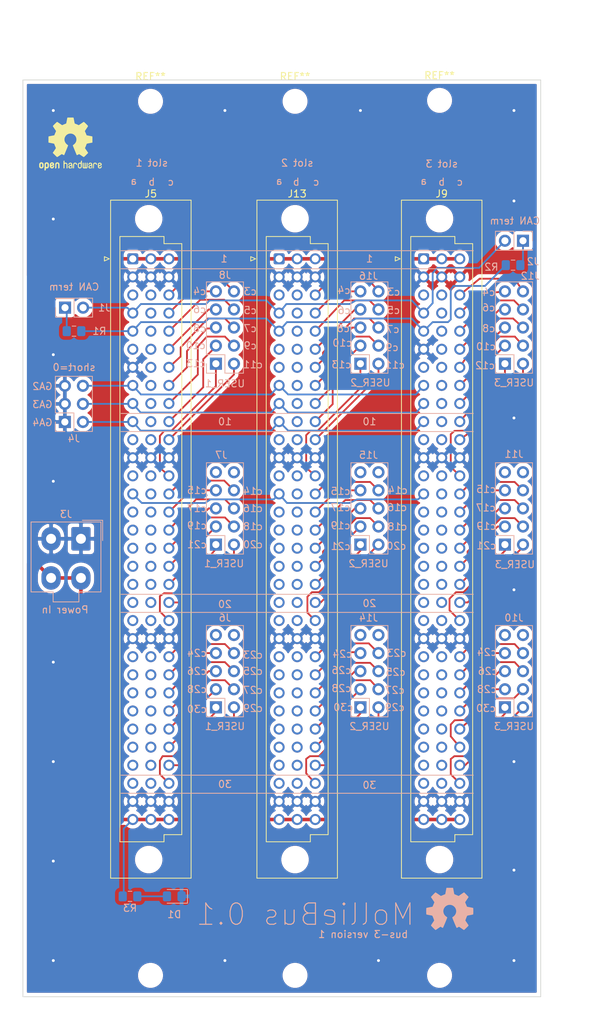
<source format=kicad_pcb>
(kicad_pcb (version 20171130) (host pcbnew 5.1.6-c6e7f7d~86~ubuntu18.04.1)
  (layers (0 F.Cu signal) (31 B.Cu signal) (34 B.Paste user) (35 F.Paste user) (36 B.SilkS user) (37 F.SilkS user) (38 B.Mask user) (39 F.Mask user) (44 Edge.Cuts user))
  (net 0 "")
  (net 1 "Net-(D1-Pad2)")
  (net 2 GND)
  (net 3 +5V)
  (net 4 /CAN-)
  (net 5 "Net-(J1-Pad1)")
  (net 6 "Net-(J2-Pad1)")
  (net 7 /GA2)
  (net 8 /GA3)
  (net 9 /GA4)
  (net 10 /USER1_30)
  (net 11 /USER1_29)
  (net 12 /USER1_28)
  (net 13 /USER1_27)
  (net 14 /USER1_26)
  (net 15 /USER1_25)
  (net 16 /USER1_24)
  (net 17 /USER1_23)
  (net 18 /USER1_21)
  (net 19 /USER1_20)
  (net 20 /USER1_19)
  (net 21 /USER1_18)
  (net 22 /USER1_17)
  (net 23 /USER1_16)
  (net 24 /USER1_15)
  (net 25 /USER1_14)
  (net 26 /USER1_13)
  (net 27 /USER1_11)
  (net 28 /USER1_10)
  (net 29 /USER1_9)
  (net 30 /USER1_8)
  (net 31 /USER1_7)
  (net 32 /USER1_6)
  (net 33 /USER1_5)
  (net 34 /USER1_4)
  (net 35 /USER1_3)
  (net 36 "Net-(J5-Padb30)")
  (net 37 "Net-(J5-Padb29)")
  (net 38 "Net-(J5-Padb28)")
  (net 39 "Net-(J5-Padb27)")
  (net 40 "Net-(J5-Padb26)")
  (net 41 "Net-(J5-Padb25)")
  (net 42 "Net-(J5-Padb24)")
  (net 43 "Net-(J5-Padb23)")
  (net 44 "Net-(J5-Padb21)")
  (net 45 "Net-(J5-Padb20)")
  (net 46 "Net-(J5-Padb19)")
  (net 47 "Net-(J5-Padb18)")
  (net 48 "Net-(J5-Padb17)")
  (net 49 "Net-(J5-Padb16)")
  (net 50 "Net-(J5-Padb15)")
  (net 51 "Net-(J5-Padb14)")
  (net 52 "Net-(J5-Padb13)")
  (net 53 "Net-(J5-Padb11)")
  (net 54 "Net-(J5-Padb10)")
  (net 55 "Net-(J5-Padb9)")
  (net 56 "Net-(J5-Padb8)")
  (net 57 "Net-(J5-Padb7)")
  (net 58 "Net-(J5-Padb6)")
  (net 59 "Net-(J5-Padb5)")
  (net 60 "Net-(J5-Padb4)")
  (net 61 "Net-(J5-Padb3)")
  (net 62 "Net-(J5-Pada30)")
  (net 63 "Net-(J5-Pada29)")
  (net 64 "Net-(J5-Pada28)")
  (net 65 "Net-(J5-Pada27)")
  (net 66 "Net-(J5-Pada26)")
  (net 67 "Net-(J5-Pada25)")
  (net 68 "Net-(J5-Pada24)")
  (net 69 "Net-(J5-Pada23)")
  (net 70 "Net-(J5-Pada21)")
  (net 71 "Net-(J5-Pada20)")
  (net 72 "Net-(J5-Pada19)")
  (net 73 "Net-(J5-Pada18)")
  (net 74 "Net-(J5-Pada17)")
  (net 75 "Net-(J5-Pada16)")
  (net 76 "Net-(J5-Pada15)")
  (net 77 /~RESET~)
  (net 78 "Net-(J5-Pada13)")
  (net 79 "Net-(J5-Pada11)")
  (net 80 /GA1_0)
  (net 81 /CAN+)
  (net 82 "Net-(J5-Pada3)")
  (net 83 "Net-(J6-Pad10)")
  (net 84 "Net-(J6-Pad9)")
  (net 85 "Net-(J7-Pad10)")
  (net 86 "Net-(J7-Pad9)")
  (net 87 /USER2_30)
  (net 88 /USER2_29)
  (net 89 /USER2_28)
  (net 90 /USER2_27)
  (net 91 /USER2_26)
  (net 92 /USER2_25)
  (net 93 /USER2_24)
  (net 94 /USER2_23)
  (net 95 /USER2_21)
  (net 96 /USER2_20)
  (net 97 /USER2_19)
  (net 98 /USER2_18)
  (net 99 /USER2_17)
  (net 100 /USER2_16)
  (net 101 /USER2_15)
  (net 102 /USER2_14)
  (net 103 /USER2_13)
  (net 104 /USER2_11)
  (net 105 /USER2_10)
  (net 106 /USER2_9)
  (net 107 /USER2_8)
  (net 108 /USER2_7)
  (net 109 /USER2_6)
  (net 110 /USER2_5)
  (net 111 /USER2_4)
  (net 112 /USER2_3)
  (net 113 "Net-(J9-Padb30)")
  (net 114 "Net-(J9-Padb29)")
  (net 115 "Net-(J9-Padb28)")
  (net 116 "Net-(J9-Padb27)")
  (net 117 "Net-(J9-Padb26)")
  (net 118 "Net-(J9-Padb25)")
  (net 119 "Net-(J9-Padb24)")
  (net 120 "Net-(J9-Padb23)")
  (net 121 "Net-(J9-Padb21)")
  (net 122 "Net-(J9-Padb20)")
  (net 123 "Net-(J9-Padb19)")
  (net 124 "Net-(J9-Padb18)")
  (net 125 "Net-(J9-Padb17)")
  (net 126 "Net-(J9-Padb16)")
  (net 127 "Net-(J9-Padb15)")
  (net 128 "Net-(J9-Padb14)")
  (net 129 "Net-(J9-Padb13)")
  (net 130 "Net-(J9-Padb11)")
  (net 131 "Net-(J9-Padb10)")
  (net 132 "Net-(J9-Padb9)")
  (net 133 "Net-(J9-Padb8)")
  (net 134 "Net-(J9-Padb7)")
  (net 135 "Net-(J9-Padb6)")
  (net 136 "Net-(J9-Padb5)")
  (net 137 "Net-(J9-Padb4)")
  (net 138 "Net-(J9-Padb3)")
  (net 139 "Net-(J9-Pada30)")
  (net 140 "Net-(J9-Pada29)")
  (net 141 "Net-(J9-Pada28)")
  (net 142 "Net-(J9-Pada27)")
  (net 143 "Net-(J9-Pada26)")
  (net 144 "Net-(J9-Pada25)")
  (net 145 "Net-(J9-Pada24)")
  (net 146 "Net-(J9-Pada23)")
  (net 147 "Net-(J9-Pada21)")
  (net 148 "Net-(J9-Pada20)")
  (net 149 "Net-(J9-Pada19)")
  (net 150 "Net-(J9-Pada18)")
  (net 151 "Net-(J9-Pada17)")
  (net 152 "Net-(J9-Pada16)")
  (net 153 "Net-(J9-Pada15)")
  (net 154 "Net-(J9-Pada13)")
  (net 155 "Net-(J9-Pada11)")
  (net 156 /GA2_1)
  (net 157 "Net-(J9-Pada3)")
  (net 158 "Net-(J10-Pad10)")
  (net 159 "Net-(J10-Pad9)")
  (net 160 "Net-(J11-Pad10)")
  (net 161 "Net-(J11-Pad9)")
  (net 162 /USER3_30)
  (net 163 /USER3_29)
  (net 164 /USER3_28)
  (net 165 /USER3_27)
  (net 166 /USER3_26)
  (net 167 /USER3_25)
  (net 168 /USER3_24)
  (net 169 /USER3_23)
  (net 170 /USER3_21)
  (net 171 /USER3_20)
  (net 172 /USER3_19)
  (net 173 /USER3_18)
  (net 174 /USER3_17)
  (net 175 /USER3_16)
  (net 176 /USER3_15)
  (net 177 /USER3_14)
  (net 178 /USER3_13)
  (net 179 /USER3_11)
  (net 180 /USER3_10)
  (net 181 /USER3_9)
  (net 182 /USER3_8)
  (net 183 /USER3_7)
  (net 184 /USER3_6)
  (net 185 /USER3_5)
  (net 186 /USER3_4)
  (net 187 /USER3_3)
  (net 188 "Net-(J13-Padb30)")
  (net 189 "Net-(J13-Padb29)")
  (net 190 "Net-(J13-Padb28)")
  (net 191 "Net-(J13-Padb27)")
  (net 192 "Net-(J13-Padb26)")
  (net 193 "Net-(J13-Padb25)")
  (net 194 "Net-(J13-Padb24)")
  (net 195 "Net-(J13-Padb23)")
  (net 196 "Net-(J13-Padb21)")
  (net 197 "Net-(J13-Padb20)")
  (net 198 "Net-(J13-Padb19)")
  (net 199 "Net-(J13-Padb18)")
  (net 200 "Net-(J13-Padb17)")
  (net 201 "Net-(J13-Padb16)")
  (net 202 "Net-(J13-Padb15)")
  (net 203 "Net-(J13-Padb14)")
  (net 204 "Net-(J13-Padb13)")
  (net 205 "Net-(J13-Padb11)")
  (net 206 "Net-(J13-Padb10)")
  (net 207 "Net-(J13-Padb9)")
  (net 208 "Net-(J13-Padb8)")
  (net 209 "Net-(J13-Padb7)")
  (net 210 "Net-(J13-Padb6)")
  (net 211 "Net-(J13-Padb5)")
  (net 212 "Net-(J13-Padb4)")
  (net 213 "Net-(J13-Padb3)")
  (net 214 "Net-(J13-Pada30)")
  (net 215 "Net-(J13-Pada29)")
  (net 216 "Net-(J13-Pada28)")
  (net 217 "Net-(J13-Pada27)")
  (net 218 "Net-(J13-Pada26)")
  (net 219 "Net-(J13-Pada25)")
  (net 220 "Net-(J13-Pada24)")
  (net 221 "Net-(J13-Pada23)")
  (net 222 "Net-(J13-Pada21)")
  (net 223 "Net-(J13-Pada20)")
  (net 224 "Net-(J13-Pada19)")
  (net 225 "Net-(J13-Pada18)")
  (net 226 "Net-(J13-Pada17)")
  (net 227 "Net-(J13-Pada16)")
  (net 228 "Net-(J13-Pada15)")
  (net 229 "Net-(J13-Pada13)")
  (net 230 "Net-(J13-Pada11)")
  (net 231 /GA3_1)
  (net 232 /GA3_0)
  (net 233 "Net-(J13-Pada3)")
  (net 234 "Net-(J14-Pad10)")
  (net 235 "Net-(J14-Pad9)")
  (net 236 "Net-(J15-Pad10)")
  (net 237 "Net-(J15-Pad9)")
  (module Symbol:OSHW-Symbol_6.7x6mm_SilkScreen (layer B.Cu) (at 181.483 145.161 180)
    (fp_text reference REF** hide)
    (fp_text value OSHW-Symbol_6.7x6mm_SilkScreen hide)
  )
  (module Symbol:OSHW-Logo2_9.8x8mm_SilkScreen (layer F.Cu) (at 128.143 37.719)
    (fp_text reference REF** hide)
    (fp_text value OSHW-Logo2_9.8x8mm_SilkScreen hide)
  )
  (module Resistor_SMD:R_0805_2012Metric_Pad1.15x1.40mm_HandSolder (layer B.Cu) (at 136.516 143.383)
    (fp_text reference R3 (at 0 1.65) (layer B.SilkS) (effects (justify mirror)))
    (fp_text value 220 hide)
    (pad 2 smd roundrect (at 1.025 0) (size 1.15 1.4) (layers B.Cu B.Paste B.Mask) (roundrect_rratio 0.217391) (net 1 "Net-(D1-Pad2)"))
    (pad 1 smd roundrect (at -1.025 0) (size 1.15 1.4) (layers B.Cu B.Paste B.Mask) (roundrect_rratio 0.217391) (net 3 +5V))
  )
  (module MountingHole:MountingHole_2.5mm (layer F.Cu) (at 159.72 31.73)
    (fp_text reference REF** (at 0 -3.5) (layer F.SilkS))
    (fp_text value MountingHole_2.5mm hide)
    (pad "" np_thru_hole circle (at 0 0) (size 2.5 2.5) (drill 2.5) (layers *.Cu *.Mask))
  )
  (module MountingHole:MountingHole_2.5mm (layer F.Cu) (at 180.04 154.48)
    (fp_text reference REF** hide)
    (fp_text value MountingHole_2.5mm hide)
    (pad 1 np_thru_hole circle (at 0 0) (size 2.5 2.5) (drill 2.5) (layers *.Cu *.Mask))
  )
  (module MountingHole:MountingHole_2.5mm (layer F.Cu) (at 159.72 154.48)
    (fp_text reference REF** hide)
    (fp_text value MountingHole_2.5mm hide)
    (pad 1 np_thru_hole circle (at 0 0) (size 2.5 2.5) (drill 2.5) (layers *.Cu *.Mask))
  )
  (module MountingHole:MountingHole_2.5mm (layer F.Cu) (at 139.4 154.48)
    (fp_text reference REF** hide)
    (fp_text value MountingHole_2.5mm hide)
    (pad 1 np_thru_hole circle (at 0 0) (size 2.5 2.5) (drill 2.5) (layers *.Cu *.Mask))
  )
  (module MountingHole:MountingHole_2.5mm (layer F.Cu) (at 139.4 31.73)
    (fp_text reference REF** (at 0 -3.5) (layer F.SilkS))
    (fp_text value MountingHole_2.5mm hide)
    (pad 1 np_thru_hole circle (at 0 0) (size 2.5 2.5) (drill 2.5) (layers *.Cu *.Mask))
  )
  (module MountingHole:MountingHole_2.5mm (layer F.Cu) (at 180.04 31.5976)
    (fp_text reference REF** (at 0 -3.5) (layer F.SilkS))
    (fp_text value MountingHole_2.5mm hide)
    (pad 1 np_thru_hole circle (at 0 0) (size 2.5 2.5) (drill 2.5) (layers *.Cu *.Mask))
  )
  (module Resistor_SMD:R_0805_2012Metric_Pad1.15x1.40mm_HandSolder (layer B.Cu) (at 190.373 54.737 180)
    (fp_text reference R2 (at 3.048 -0.254) (layer B.SilkS) (effects (justify mirror)))
    (fp_text value 120 hide)
    (pad 2 smd roundrect (at 1.025 0 180) (size 1.15 1.4) (layers B.Cu B.Paste B.Mask) (roundrect_rratio 0.217391) (net 81 /CAN+))
    (pad 1 smd roundrect (at -1.025 0 180) (size 1.15 1.4) (layers B.Cu B.Paste B.Mask) (roundrect_rratio 0.217391) (net 6 "Net-(J2-Pad1)"))
  )
  (module Resistor_SMD:R_0805_2012Metric_Pad1.15x1.40mm_HandSolder (layer B.Cu) (at 128.642 64.008)
    (fp_text reference R1 (at 3.565 0) (layer B.SilkS) (effects (justify mirror)))
    (fp_text value 120 hide)
    (pad 2 smd roundrect (at 1.025 0) (size 1.15 1.4) (layers B.Cu B.Paste B.Mask) (roundrect_rratio 0.217391) (net 81 /CAN+))
    (pad 1 smd roundrect (at -1.025 0) (size 1.15 1.4) (layers B.Cu B.Paste B.Mask) (roundrect_rratio 0.217391) (net 5 "Net-(J1-Pad1)"))
  )
  (module Connector_PinHeader_2.54mm:PinHeader_2x05_P2.54mm_Vertical (layer B.Cu) (at 168.91 68.58)
    (fp_text reference J16 (at 1.143 -12.319) (layer B.SilkS) (effects (justify mirror)))
    (fp_text value Conn_02x05_Odd_Even hide)
    (pad 10 thru_hole oval (at 2.54 -10.16) (size 1.7 1.7) (drill 1) (layers *.Cu *.Mask) (net 187 /USER3_3))
    (pad 9 thru_hole oval (at 0 -10.16) (size 1.7 1.7) (drill 1) (layers *.Cu *.Mask) (net 186 /USER3_4))
    (pad 8 thru_hole oval (at 2.54 -7.62) (size 1.7 1.7) (drill 1) (layers *.Cu *.Mask) (net 185 /USER3_5))
    (pad 7 thru_hole oval (at 0 -7.62) (size 1.7 1.7) (drill 1) (layers *.Cu *.Mask) (net 184 /USER3_6))
    (pad 6 thru_hole oval (at 2.54 -5.08) (size 1.7 1.7) (drill 1) (layers *.Cu *.Mask) (net 183 /USER3_7))
    (pad 5 thru_hole oval (at 0 -5.08) (size 1.7 1.7) (drill 1) (layers *.Cu *.Mask) (net 182 /USER3_8))
    (pad 4 thru_hole oval (at 2.54 -2.54) (size 1.7 1.7) (drill 1) (layers *.Cu *.Mask) (net 181 /USER3_9))
    (pad 3 thru_hole oval (at 0 -2.54) (size 1.7 1.7) (drill 1) (layers *.Cu *.Mask) (net 180 /USER3_10))
    (pad 2 thru_hole oval (at 2.54 0) (size 1.7 1.7) (drill 1) (layers *.Cu *.Mask) (net 179 /USER3_11))
    (pad 1 thru_hole rect (at 0 0) (size 1.7 1.7) (drill 1) (layers *.Cu *.Mask) (net 178 /USER3_13))
  )
  (module Connector_PinHeader_2.54mm:PinHeader_2x05_P2.54mm_Vertical (layer B.Cu) (at 168.91 93.98)
    (fp_text reference J15 (at 1.143 -12.573) (layer B.SilkS) (effects (justify mirror)))
    (fp_text value Conn_02x05_Odd_Even hide)
    (pad 10 thru_hole oval (at 2.54 -10.16) (size 1.7 1.7) (drill 1) (layers *.Cu *.Mask) (net 236 "Net-(J15-Pad10)"))
    (pad 9 thru_hole oval (at 0 -10.16) (size 1.7 1.7) (drill 1) (layers *.Cu *.Mask) (net 237 "Net-(J15-Pad9)"))
    (pad 8 thru_hole oval (at 2.54 -7.62) (size 1.7 1.7) (drill 1) (layers *.Cu *.Mask) (net 177 /USER3_14))
    (pad 7 thru_hole oval (at 0 -7.62) (size 1.7 1.7) (drill 1) (layers *.Cu *.Mask) (net 176 /USER3_15))
    (pad 6 thru_hole oval (at 2.54 -5.08) (size 1.7 1.7) (drill 1) (layers *.Cu *.Mask) (net 175 /USER3_16))
    (pad 5 thru_hole oval (at 0 -5.08) (size 1.7 1.7) (drill 1) (layers *.Cu *.Mask) (net 174 /USER3_17))
    (pad 4 thru_hole oval (at 2.54 -2.54) (size 1.7 1.7) (drill 1) (layers *.Cu *.Mask) (net 173 /USER3_18))
    (pad 3 thru_hole oval (at 0 -2.54) (size 1.7 1.7) (drill 1) (layers *.Cu *.Mask) (net 172 /USER3_19))
    (pad 2 thru_hole oval (at 2.54 0) (size 1.7 1.7) (drill 1) (layers *.Cu *.Mask) (net 171 /USER3_20))
    (pad 1 thru_hole rect (at 0 0) (size 1.7 1.7) (drill 1) (layers *.Cu *.Mask) (net 170 /USER3_21))
  )
  (module Connector_PinHeader_2.54mm:PinHeader_2x05_P2.54mm_Vertical (layer B.Cu) (at 168.91 116.84)
    (fp_text reference J14 (at 1.143 -12.573) (layer B.SilkS) (effects (justify mirror)))
    (fp_text value Conn_02x05_Odd_Even hide)
    (pad 10 thru_hole oval (at 2.54 -10.16) (size 1.7 1.7) (drill 1) (layers *.Cu *.Mask) (net 234 "Net-(J14-Pad10)"))
    (pad 9 thru_hole oval (at 0 -10.16) (size 1.7 1.7) (drill 1) (layers *.Cu *.Mask) (net 235 "Net-(J14-Pad9)"))
    (pad 8 thru_hole oval (at 2.54 -7.62) (size 1.7 1.7) (drill 1) (layers *.Cu *.Mask) (net 169 /USER3_23))
    (pad 7 thru_hole oval (at 0 -7.62) (size 1.7 1.7) (drill 1) (layers *.Cu *.Mask) (net 168 /USER3_24))
    (pad 6 thru_hole oval (at 2.54 -5.08) (size 1.7 1.7) (drill 1) (layers *.Cu *.Mask) (net 167 /USER3_25))
    (pad 5 thru_hole oval (at 0 -5.08) (size 1.7 1.7) (drill 1) (layers *.Cu *.Mask) (net 166 /USER3_26))
    (pad 4 thru_hole oval (at 2.54 -2.54) (size 1.7 1.7) (drill 1) (layers *.Cu *.Mask) (net 165 /USER3_27))
    (pad 3 thru_hole oval (at 0 -2.54) (size 1.7 1.7) (drill 1) (layers *.Cu *.Mask) (net 164 /USER3_28))
    (pad 2 thru_hole oval (at 2.54 0) (size 1.7 1.7) (drill 1) (layers *.Cu *.Mask) (net 163 /USER3_29))
    (pad 1 thru_hole rect (at 0 0) (size 1.7 1.7) (drill 1) (layers *.Cu *.Mask) (net 162 /USER3_30))
  )
  (module Connector_DIN:DIN41612_R_3x32_Male_Vertical_THT (layer F.Cu) (at 157.48 53.848)
    (fp_text reference J13 (at 2.54 -9.13) (layer F.SilkS))
    (fp_text value C96ABC hide)
    (pad "" np_thru_hole circle (at 2.24 84.37) (size 2.85 2.85) (drill 2.85) (layers *.Cu *.Mask))
    (pad "" np_thru_hole circle (at 2.24 -5.63) (size 2.85 2.85) (drill 2.85) (layers *.Cu *.Mask))
    (pad c32 thru_hole circle (at 5.08 78.74) (size 1.55 1.55) (drill 1) (layers *.Cu *.Mask) (net 3 +5V))
    (pad c31 thru_hole circle (at 5.08 76.2) (size 1.55 1.55) (drill 1) (layers *.Cu *.Mask) (net 2 GND))
    (pad c30 thru_hole circle (at 5.08 73.66) (size 1.55 1.55) (drill 1) (layers *.Cu *.Mask) (net 162 /USER3_30))
    (pad c29 thru_hole circle (at 5.08 71.12) (size 1.55 1.55) (drill 1) (layers *.Cu *.Mask) (net 163 /USER3_29))
    (pad c28 thru_hole circle (at 5.08 68.58) (size 1.55 1.55) (drill 1) (layers *.Cu *.Mask) (net 164 /USER3_28))
    (pad c27 thru_hole circle (at 5.08 66.04) (size 1.55 1.55) (drill 1) (layers *.Cu *.Mask) (net 165 /USER3_27))
    (pad c26 thru_hole circle (at 5.08 63.5) (size 1.55 1.55) (drill 1) (layers *.Cu *.Mask) (net 166 /USER3_26))
    (pad c25 thru_hole circle (at 5.08 60.96) (size 1.55 1.55) (drill 1) (layers *.Cu *.Mask) (net 167 /USER3_25))
    (pad c24 thru_hole circle (at 5.08 58.42) (size 1.55 1.55) (drill 1) (layers *.Cu *.Mask) (net 168 /USER3_24))
    (pad c23 thru_hole circle (at 5.08 55.88) (size 1.55 1.55) (drill 1) (layers *.Cu *.Mask) (net 169 /USER3_23))
    (pad c22 thru_hole circle (at 5.08 53.34) (size 1.55 1.55) (drill 1) (layers *.Cu *.Mask) (net 2 GND))
    (pad c21 thru_hole circle (at 5.08 50.8) (size 1.55 1.55) (drill 1) (layers *.Cu *.Mask) (net 170 /USER3_21))
    (pad c20 thru_hole circle (at 5.08 48.26) (size 1.55 1.55) (drill 1) (layers *.Cu *.Mask) (net 171 /USER3_20))
    (pad c19 thru_hole circle (at 5.08 45.72) (size 1.55 1.55) (drill 1) (layers *.Cu *.Mask) (net 172 /USER3_19))
    (pad c18 thru_hole circle (at 5.08 43.18) (size 1.55 1.55) (drill 1) (layers *.Cu *.Mask) (net 173 /USER3_18))
    (pad c17 thru_hole circle (at 5.08 40.64) (size 1.55 1.55) (drill 1) (layers *.Cu *.Mask) (net 174 /USER3_17))
    (pad c16 thru_hole circle (at 5.08 38.1) (size 1.55 1.55) (drill 1) (layers *.Cu *.Mask) (net 175 /USER3_16))
    (pad c15 thru_hole circle (at 5.08 35.56) (size 1.55 1.55) (drill 1) (layers *.Cu *.Mask) (net 176 /USER3_15))
    (pad c14 thru_hole circle (at 5.08 33.02) (size 1.55 1.55) (drill 1) (layers *.Cu *.Mask) (net 177 /USER3_14))
    (pad c13 thru_hole circle (at 5.08 30.48) (size 1.55 1.55) (drill 1) (layers *.Cu *.Mask) (net 178 /USER3_13))
    (pad c12 thru_hole circle (at 5.08 27.94) (size 1.55 1.55) (drill 1) (layers *.Cu *.Mask) (net 2 GND))
    (pad c11 thru_hole circle (at 5.08 25.4) (size 1.55 1.55) (drill 1) (layers *.Cu *.Mask) (net 179 /USER3_11))
    (pad c10 thru_hole circle (at 5.08 22.86) (size 1.55 1.55) (drill 1) (layers *.Cu *.Mask) (net 180 /USER3_10))
    (pad c9 thru_hole circle (at 5.08 20.32) (size 1.55 1.55) (drill 1) (layers *.Cu *.Mask) (net 181 /USER3_9))
    (pad c8 thru_hole circle (at 5.08 17.78) (size 1.55 1.55) (drill 1) (layers *.Cu *.Mask) (net 182 /USER3_8))
    (pad c7 thru_hole circle (at 5.08 15.24) (size 1.55 1.55) (drill 1) (layers *.Cu *.Mask) (net 183 /USER3_7))
    (pad c6 thru_hole circle (at 5.08 12.7) (size 1.55 1.55) (drill 1) (layers *.Cu *.Mask) (net 184 /USER3_6))
    (pad c5 thru_hole circle (at 5.08 10.16) (size 1.55 1.55) (drill 1) (layers *.Cu *.Mask) (net 185 /USER3_5))
    (pad c4 thru_hole circle (at 5.08 7.62) (size 1.55 1.55) (drill 1) (layers *.Cu *.Mask) (net 186 /USER3_4))
    (pad c3 thru_hole circle (at 5.08 5.08) (size 1.55 1.55) (drill 1) (layers *.Cu *.Mask) (net 187 /USER3_3))
    (pad c2 thru_hole circle (at 5.08 2.54) (size 1.55 1.55) (drill 1) (layers *.Cu *.Mask) (net 2 GND))
    (pad c1 thru_hole circle (at 5.08 0) (size 1.55 1.55) (drill 1) (layers *.Cu *.Mask) (net 3 +5V))
    (pad b32 thru_hole circle (at 2.54 78.74) (size 1.55 1.55) (drill 1) (layers *.Cu *.Mask) (net 3 +5V))
    (pad b31 thru_hole circle (at 2.54 76.2) (size 1.55 1.55) (drill 1) (layers *.Cu *.Mask) (net 2 GND))
    (pad b30 thru_hole circle (at 2.54 73.66) (size 1.55 1.55) (drill 1) (layers *.Cu *.Mask) (net 188 "Net-(J13-Padb30)"))
    (pad b29 thru_hole circle (at 2.54 71.12) (size 1.55 1.55) (drill 1) (layers *.Cu *.Mask) (net 189 "Net-(J13-Padb29)"))
    (pad b28 thru_hole circle (at 2.54 68.58) (size 1.55 1.55) (drill 1) (layers *.Cu *.Mask) (net 190 "Net-(J13-Padb28)"))
    (pad b27 thru_hole circle (at 2.54 66.04) (size 1.55 1.55) (drill 1) (layers *.Cu *.Mask) (net 191 "Net-(J13-Padb27)"))
    (pad b26 thru_hole circle (at 2.54 63.5) (size 1.55 1.55) (drill 1) (layers *.Cu *.Mask) (net 192 "Net-(J13-Padb26)"))
    (pad b25 thru_hole circle (at 2.54 60.96) (size 1.55 1.55) (drill 1) (layers *.Cu *.Mask) (net 193 "Net-(J13-Padb25)"))
    (pad b24 thru_hole circle (at 2.54 58.42) (size 1.55 1.55) (drill 1) (layers *.Cu *.Mask) (net 194 "Net-(J13-Padb24)"))
    (pad b23 thru_hole circle (at 2.54 55.88) (size 1.55 1.55) (drill 1) (layers *.Cu *.Mask) (net 195 "Net-(J13-Padb23)"))
    (pad b22 thru_hole circle (at 2.54 53.34) (size 1.55 1.55) (drill 1) (layers *.Cu *.Mask) (net 2 GND))
    (pad b21 thru_hole circle (at 2.54 50.8) (size 1.55 1.55) (drill 1) (layers *.Cu *.Mask) (net 196 "Net-(J13-Padb21)"))
    (pad b20 thru_hole circle (at 2.54 48.26) (size 1.55 1.55) (drill 1) (layers *.Cu *.Mask) (net 197 "Net-(J13-Padb20)"))
    (pad b19 thru_hole circle (at 2.54 45.72) (size 1.55 1.55) (drill 1) (layers *.Cu *.Mask) (net 198 "Net-(J13-Padb19)"))
    (pad b18 thru_hole circle (at 2.54 43.18) (size 1.55 1.55) (drill 1) (layers *.Cu *.Mask) (net 199 "Net-(J13-Padb18)"))
    (pad b17 thru_hole circle (at 2.54 40.64) (size 1.55 1.55) (drill 1) (layers *.Cu *.Mask) (net 200 "Net-(J13-Padb17)"))
    (pad b16 thru_hole circle (at 2.54 38.1) (size 1.55 1.55) (drill 1) (layers *.Cu *.Mask) (net 201 "Net-(J13-Padb16)"))
    (pad b15 thru_hole circle (at 2.54 35.56) (size 1.55 1.55) (drill 1) (layers *.Cu *.Mask) (net 202 "Net-(J13-Padb15)"))
    (pad b14 thru_hole circle (at 2.54 33.02) (size 1.55 1.55) (drill 1) (layers *.Cu *.Mask) (net 203 "Net-(J13-Padb14)"))
    (pad b13 thru_hole circle (at 2.54 30.48) (size 1.55 1.55) (drill 1) (layers *.Cu *.Mask) (net 204 "Net-(J13-Padb13)"))
    (pad b12 thru_hole circle (at 2.54 27.94) (size 1.55 1.55) (drill 1) (layers *.Cu *.Mask) (net 2 GND))
    (pad b11 thru_hole circle (at 2.54 25.4) (size 1.55 1.55) (drill 1) (layers *.Cu *.Mask) (net 205 "Net-(J13-Padb11)"))
    (pad b10 thru_hole circle (at 2.54 22.86) (size 1.55 1.55) (drill 1) (layers *.Cu *.Mask) (net 206 "Net-(J13-Padb10)"))
    (pad b9 thru_hole circle (at 2.54 20.32) (size 1.55 1.55) (drill 1) (layers *.Cu *.Mask) (net 207 "Net-(J13-Padb9)"))
    (pad b8 thru_hole circle (at 2.54 17.78) (size 1.55 1.55) (drill 1) (layers *.Cu *.Mask) (net 208 "Net-(J13-Padb8)"))
    (pad b7 thru_hole circle (at 2.54 15.24) (size 1.55 1.55) (drill 1) (layers *.Cu *.Mask) (net 209 "Net-(J13-Padb7)"))
    (pad b6 thru_hole circle (at 2.54 12.7) (size 1.55 1.55) (drill 1) (layers *.Cu *.Mask) (net 210 "Net-(J13-Padb6)"))
    (pad b5 thru_hole circle (at 2.54 10.16) (size 1.55 1.55) (drill 1) (layers *.Cu *.Mask) (net 211 "Net-(J13-Padb5)"))
    (pad b4 thru_hole circle (at 2.54 7.62) (size 1.55 1.55) (drill 1) (layers *.Cu *.Mask) (net 212 "Net-(J13-Padb4)"))
    (pad b3 thru_hole circle (at 2.54 5.08) (size 1.55 1.55) (drill 1) (layers *.Cu *.Mask) (net 213 "Net-(J13-Padb3)"))
    (pad b2 thru_hole circle (at 2.54 2.54) (size 1.55 1.55) (drill 1) (layers *.Cu *.Mask) (net 2 GND))
    (pad b1 thru_hole circle (at 2.54 0) (size 1.55 1.55) (drill 1) (layers *.Cu *.Mask) (net 3 +5V))
    (pad a32 thru_hole circle (at 0 78.74) (size 1.55 1.55) (drill 1) (layers *.Cu *.Mask) (net 3 +5V))
    (pad a31 thru_hole circle (at 0 76.2) (size 1.55 1.55) (drill 1) (layers *.Cu *.Mask) (net 2 GND))
    (pad a30 thru_hole circle (at 0 73.66) (size 1.55 1.55) (drill 1) (layers *.Cu *.Mask) (net 214 "Net-(J13-Pada30)"))
    (pad a29 thru_hole circle (at 0 71.12) (size 1.55 1.55) (drill 1) (layers *.Cu *.Mask) (net 215 "Net-(J13-Pada29)"))
    (pad a28 thru_hole circle (at 0 68.58) (size 1.55 1.55) (drill 1) (layers *.Cu *.Mask) (net 216 "Net-(J13-Pada28)"))
    (pad a27 thru_hole circle (at 0 66.04) (size 1.55 1.55) (drill 1) (layers *.Cu *.Mask) (net 217 "Net-(J13-Pada27)"))
    (pad a26 thru_hole circle (at 0 63.5) (size 1.55 1.55) (drill 1) (layers *.Cu *.Mask) (net 218 "Net-(J13-Pada26)"))
    (pad a25 thru_hole circle (at 0 60.96) (size 1.55 1.55) (drill 1) (layers *.Cu *.Mask) (net 219 "Net-(J13-Pada25)"))
    (pad a24 thru_hole circle (at 0 58.42) (size 1.55 1.55) (drill 1) (layers *.Cu *.Mask) (net 220 "Net-(J13-Pada24)"))
    (pad a23 thru_hole circle (at 0 55.88) (size 1.55 1.55) (drill 1) (layers *.Cu *.Mask) (net 221 "Net-(J13-Pada23)"))
    (pad a22 thru_hole circle (at 0 53.34) (size 1.55 1.55) (drill 1) (layers *.Cu *.Mask) (net 2 GND))
    (pad a21 thru_hole circle (at 0 50.8) (size 1.55 1.55) (drill 1) (layers *.Cu *.Mask) (net 222 "Net-(J13-Pada21)"))
    (pad a20 thru_hole circle (at 0 48.26) (size 1.55 1.55) (drill 1) (layers *.Cu *.Mask) (net 223 "Net-(J13-Pada20)"))
    (pad a19 thru_hole circle (at 0 45.72) (size 1.55 1.55) (drill 1) (layers *.Cu *.Mask) (net 224 "Net-(J13-Pada19)"))
    (pad a18 thru_hole circle (at 0 43.18) (size 1.55 1.55) (drill 1) (layers *.Cu *.Mask) (net 225 "Net-(J13-Pada18)"))
    (pad a17 thru_hole circle (at 0 40.64) (size 1.55 1.55) (drill 1) (layers *.Cu *.Mask) (net 226 "Net-(J13-Pada17)"))
    (pad a16 thru_hole circle (at 0 38.1) (size 1.55 1.55) (drill 1) (layers *.Cu *.Mask) (net 227 "Net-(J13-Pada16)"))
    (pad a15 thru_hole circle (at 0 35.56) (size 1.55 1.55) (drill 1) (layers *.Cu *.Mask) (net 228 "Net-(J13-Pada15)"))
    (pad a14 thru_hole circle (at 0 33.02) (size 1.55 1.55) (drill 1) (layers *.Cu *.Mask) (net 77 /~RESET~))
    (pad a13 thru_hole circle (at 0 30.48) (size 1.55 1.55) (drill 1) (layers *.Cu *.Mask) (net 229 "Net-(J13-Pada13)"))
    (pad a12 thru_hole circle (at 0 27.94) (size 1.55 1.55) (drill 1) (layers *.Cu *.Mask) (net 2 GND))
    (pad a11 thru_hole circle (at 0 25.4) (size 1.55 1.55) (drill 1) (layers *.Cu *.Mask) (net 230 "Net-(J13-Pada11)"))
    (pad a10 thru_hole circle (at 0 22.86) (size 1.55 1.55) (drill 1) (layers *.Cu *.Mask) (net 9 /GA4))
    (pad a9 thru_hole circle (at 0 20.32) (size 1.55 1.55) (drill 1) (layers *.Cu *.Mask) (net 8 /GA3))
    (pad a8 thru_hole circle (at 0 17.78) (size 1.55 1.55) (drill 1) (layers *.Cu *.Mask) (net 7 /GA2))
    (pad a7 thru_hole circle (at 0 15.24) (size 1.55 1.55) (drill 1) (layers *.Cu *.Mask) (net 231 /GA3_1))
    (pad a6 thru_hole circle (at 0 12.7) (size 1.55 1.55) (drill 1) (layers *.Cu *.Mask) (net 232 /GA3_0))
    (pad a5 thru_hole circle (at 0 10.16) (size 1.55 1.55) (drill 1) (layers *.Cu *.Mask) (net 81 /CAN+))
    (pad a4 thru_hole circle (at 0 7.62) (size 1.55 1.55) (drill 1) (layers *.Cu *.Mask) (net 4 /CAN-))
    (pad a3 thru_hole circle (at 0 5.08) (size 1.55 1.55) (drill 1) (layers *.Cu *.Mask) (net 233 "Net-(J13-Pada3)"))
    (pad a2 thru_hole circle (at 0 2.54) (size 1.55 1.55) (drill 1) (layers *.Cu *.Mask) (net 2 GND))
    (pad a1 thru_hole roundrect (at 0 0) (size 1.55 1.55) (drill 1) (layers *.Cu *.Mask) (roundrect_rratio 0.16129) (net 3 +5V))
  )
  (module Connector_PinHeader_2.54mm:PinHeader_2x05_P2.54mm_Vertical (layer B.Cu) (at 189.23 68.58)
    (fp_text reference J12 (at 3.556 -12.319) (layer B.SilkS) (effects (justify mirror)))
    (fp_text value Conn_02x05_Odd_Even hide)
    (pad 10 thru_hole oval (at 2.54 -10.16) (size 1.7 1.7) (drill 1) (layers *.Cu *.Mask) (net 112 /USER2_3))
    (pad 9 thru_hole oval (at 0 -10.16) (size 1.7 1.7) (drill 1) (layers *.Cu *.Mask) (net 111 /USER2_4))
    (pad 8 thru_hole oval (at 2.54 -7.62) (size 1.7 1.7) (drill 1) (layers *.Cu *.Mask) (net 110 /USER2_5))
    (pad 7 thru_hole oval (at 0 -7.62) (size 1.7 1.7) (drill 1) (layers *.Cu *.Mask) (net 109 /USER2_6))
    (pad 6 thru_hole oval (at 2.54 -5.08) (size 1.7 1.7) (drill 1) (layers *.Cu *.Mask) (net 108 /USER2_7))
    (pad 5 thru_hole oval (at 0 -5.08) (size 1.7 1.7) (drill 1) (layers *.Cu *.Mask) (net 107 /USER2_8))
    (pad 4 thru_hole oval (at 2.54 -2.54) (size 1.7 1.7) (drill 1) (layers *.Cu *.Mask) (net 106 /USER2_9))
    (pad 3 thru_hole oval (at 0 -2.54) (size 1.7 1.7) (drill 1) (layers *.Cu *.Mask) (net 105 /USER2_10))
    (pad 2 thru_hole oval (at 2.54 0) (size 1.7 1.7) (drill 1) (layers *.Cu *.Mask) (net 104 /USER2_11))
    (pad 1 thru_hole rect (at 0 0) (size 1.7 1.7) (drill 1) (layers *.Cu *.Mask) (net 103 /USER2_13))
  )
  (module Connector_PinHeader_2.54mm:PinHeader_2x05_P2.54mm_Vertical (layer B.Cu) (at 189.23 93.98)
    (fp_text reference J11 (at 1.27 -12.7) (layer B.SilkS) (effects (justify mirror)))
    (fp_text value Conn_02x05_Odd_Even hide)
    (pad 10 thru_hole oval (at 2.54 -10.16) (size 1.7 1.7) (drill 1) (layers *.Cu *.Mask) (net 160 "Net-(J11-Pad10)"))
    (pad 9 thru_hole oval (at 0 -10.16) (size 1.7 1.7) (drill 1) (layers *.Cu *.Mask) (net 161 "Net-(J11-Pad9)"))
    (pad 8 thru_hole oval (at 2.54 -7.62) (size 1.7 1.7) (drill 1) (layers *.Cu *.Mask) (net 102 /USER2_14))
    (pad 7 thru_hole oval (at 0 -7.62) (size 1.7 1.7) (drill 1) (layers *.Cu *.Mask) (net 101 /USER2_15))
    (pad 6 thru_hole oval (at 2.54 -5.08) (size 1.7 1.7) (drill 1) (layers *.Cu *.Mask) (net 100 /USER2_16))
    (pad 5 thru_hole oval (at 0 -5.08) (size 1.7 1.7) (drill 1) (layers *.Cu *.Mask) (net 99 /USER2_17))
    (pad 4 thru_hole oval (at 2.54 -2.54) (size 1.7 1.7) (drill 1) (layers *.Cu *.Mask) (net 98 /USER2_18))
    (pad 3 thru_hole oval (at 0 -2.54) (size 1.7 1.7) (drill 1) (layers *.Cu *.Mask) (net 97 /USER2_19))
    (pad 2 thru_hole oval (at 2.54 0) (size 1.7 1.7) (drill 1) (layers *.Cu *.Mask) (net 96 /USER2_20))
    (pad 1 thru_hole rect (at 0 0) (size 1.7 1.7) (drill 1) (layers *.Cu *.Mask) (net 95 /USER2_21))
  )
  (module Connector_PinHeader_2.54mm:PinHeader_2x05_P2.54mm_Vertical (layer B.Cu) (at 189.23 116.84)
    (fp_text reference J10 (at 1.27 -12.573 180) (layer B.SilkS) (effects (justify mirror)))
    (fp_text value Conn_02x05_Odd_Even hide)
    (pad 10 thru_hole oval (at 2.54 -10.16) (size 1.7 1.7) (drill 1) (layers *.Cu *.Mask) (net 158 "Net-(J10-Pad10)"))
    (pad 9 thru_hole oval (at 0 -10.16) (size 1.7 1.7) (drill 1) (layers *.Cu *.Mask) (net 159 "Net-(J10-Pad9)"))
    (pad 8 thru_hole oval (at 2.54 -7.62) (size 1.7 1.7) (drill 1) (layers *.Cu *.Mask) (net 94 /USER2_23))
    (pad 7 thru_hole oval (at 0 -7.62) (size 1.7 1.7) (drill 1) (layers *.Cu *.Mask) (net 93 /USER2_24))
    (pad 6 thru_hole oval (at 2.54 -5.08) (size 1.7 1.7) (drill 1) (layers *.Cu *.Mask) (net 92 /USER2_25))
    (pad 5 thru_hole oval (at 0 -5.08) (size 1.7 1.7) (drill 1) (layers *.Cu *.Mask) (net 91 /USER2_26))
    (pad 4 thru_hole oval (at 2.54 -2.54) (size 1.7 1.7) (drill 1) (layers *.Cu *.Mask) (net 90 /USER2_27))
    (pad 3 thru_hole oval (at 0 -2.54) (size 1.7 1.7) (drill 1) (layers *.Cu *.Mask) (net 89 /USER2_28))
    (pad 2 thru_hole oval (at 2.54 0) (size 1.7 1.7) (drill 1) (layers *.Cu *.Mask) (net 88 /USER2_29))
    (pad 1 thru_hole rect (at 0 0) (size 1.7 1.7) (drill 1) (layers *.Cu *.Mask) (net 87 /USER2_30))
  )
  (module Connector_DIN:DIN41612_R_3x32_Male_Vertical_THT (layer F.Cu) (at 177.8 53.848)
    (fp_text reference J9 (at 2.54 -9.13) (layer F.SilkS))
    (fp_text value C96ABC hide)
    (pad "" np_thru_hole circle (at 2.24 84.37) (size 2.85 2.85) (drill 2.85) (layers *.Cu *.Mask))
    (pad "" np_thru_hole circle (at 2.24 -5.63) (size 2.85 2.85) (drill 2.85) (layers *.Cu *.Mask))
    (pad c32 thru_hole circle (at 5.08 78.74) (size 1.55 1.55) (drill 1) (layers *.Cu *.Mask) (net 3 +5V))
    (pad c31 thru_hole circle (at 5.08 76.2) (size 1.55 1.55) (drill 1) (layers *.Cu *.Mask) (net 2 GND))
    (pad c30 thru_hole circle (at 5.08 73.66) (size 1.55 1.55) (drill 1) (layers *.Cu *.Mask) (net 87 /USER2_30))
    (pad c29 thru_hole circle (at 5.08 71.12) (size 1.55 1.55) (drill 1) (layers *.Cu *.Mask) (net 88 /USER2_29))
    (pad c28 thru_hole circle (at 5.08 68.58) (size 1.55 1.55) (drill 1) (layers *.Cu *.Mask) (net 89 /USER2_28))
    (pad c27 thru_hole circle (at 5.08 66.04) (size 1.55 1.55) (drill 1) (layers *.Cu *.Mask) (net 90 /USER2_27))
    (pad c26 thru_hole circle (at 5.08 63.5) (size 1.55 1.55) (drill 1) (layers *.Cu *.Mask) (net 91 /USER2_26))
    (pad c25 thru_hole circle (at 5.08 60.96) (size 1.55 1.55) (drill 1) (layers *.Cu *.Mask) (net 92 /USER2_25))
    (pad c24 thru_hole circle (at 5.08 58.42) (size 1.55 1.55) (drill 1) (layers *.Cu *.Mask) (net 93 /USER2_24))
    (pad c23 thru_hole circle (at 5.08 55.88) (size 1.55 1.55) (drill 1) (layers *.Cu *.Mask) (net 94 /USER2_23))
    (pad c22 thru_hole circle (at 5.08 53.34) (size 1.55 1.55) (drill 1) (layers *.Cu *.Mask) (net 2 GND))
    (pad c21 thru_hole circle (at 5.08 50.8) (size 1.55 1.55) (drill 1) (layers *.Cu *.Mask) (net 95 /USER2_21))
    (pad c20 thru_hole circle (at 5.08 48.26) (size 1.55 1.55) (drill 1) (layers *.Cu *.Mask) (net 96 /USER2_20))
    (pad c19 thru_hole circle (at 5.08 45.72) (size 1.55 1.55) (drill 1) (layers *.Cu *.Mask) (net 97 /USER2_19))
    (pad c18 thru_hole circle (at 5.08 43.18) (size 1.55 1.55) (drill 1) (layers *.Cu *.Mask) (net 98 /USER2_18))
    (pad c17 thru_hole circle (at 5.08 40.64) (size 1.55 1.55) (drill 1) (layers *.Cu *.Mask) (net 99 /USER2_17))
    (pad c16 thru_hole circle (at 5.08 38.1) (size 1.55 1.55) (drill 1) (layers *.Cu *.Mask) (net 100 /USER2_16))
    (pad c15 thru_hole circle (at 5.08 35.56) (size 1.55 1.55) (drill 1) (layers *.Cu *.Mask) (net 101 /USER2_15))
    (pad c14 thru_hole circle (at 5.08 33.02) (size 1.55 1.55) (drill 1) (layers *.Cu *.Mask) (net 102 /USER2_14))
    (pad c13 thru_hole circle (at 5.08 30.48) (size 1.55 1.55) (drill 1) (layers *.Cu *.Mask) (net 103 /USER2_13))
    (pad c12 thru_hole circle (at 5.08 27.94) (size 1.55 1.55) (drill 1) (layers *.Cu *.Mask) (net 2 GND))
    (pad c11 thru_hole circle (at 5.08 25.4) (size 1.55 1.55) (drill 1) (layers *.Cu *.Mask) (net 104 /USER2_11))
    (pad c10 thru_hole circle (at 5.08 22.86) (size 1.55 1.55) (drill 1) (layers *.Cu *.Mask) (net 105 /USER2_10))
    (pad c9 thru_hole circle (at 5.08 20.32) (size 1.55 1.55) (drill 1) (layers *.Cu *.Mask) (net 106 /USER2_9))
    (pad c8 thru_hole circle (at 5.08 17.78) (size 1.55 1.55) (drill 1) (layers *.Cu *.Mask) (net 107 /USER2_8))
    (pad c7 thru_hole circle (at 5.08 15.24) (size 1.55 1.55) (drill 1) (layers *.Cu *.Mask) (net 108 /USER2_7))
    (pad c6 thru_hole circle (at 5.08 12.7) (size 1.55 1.55) (drill 1) (layers *.Cu *.Mask) (net 109 /USER2_6))
    (pad c5 thru_hole circle (at 5.08 10.16) (size 1.55 1.55) (drill 1) (layers *.Cu *.Mask) (net 110 /USER2_5))
    (pad c4 thru_hole circle (at 5.08 7.62) (size 1.55 1.55) (drill 1) (layers *.Cu *.Mask) (net 111 /USER2_4))
    (pad c3 thru_hole circle (at 5.08 5.08) (size 1.55 1.55) (drill 1) (layers *.Cu *.Mask) (net 112 /USER2_3))
    (pad c2 thru_hole circle (at 5.08 2.54) (size 1.55 1.55) (drill 1) (layers *.Cu *.Mask) (net 2 GND))
    (pad c1 thru_hole circle (at 5.08 0) (size 1.55 1.55) (drill 1) (layers *.Cu *.Mask) (net 3 +5V))
    (pad b32 thru_hole circle (at 2.54 78.74) (size 1.55 1.55) (drill 1) (layers *.Cu *.Mask) (net 3 +5V))
    (pad b31 thru_hole circle (at 2.54 76.2) (size 1.55 1.55) (drill 1) (layers *.Cu *.Mask) (net 2 GND))
    (pad b30 thru_hole circle (at 2.54 73.66) (size 1.55 1.55) (drill 1) (layers *.Cu *.Mask) (net 113 "Net-(J9-Padb30)"))
    (pad b29 thru_hole circle (at 2.54 71.12) (size 1.55 1.55) (drill 1) (layers *.Cu *.Mask) (net 114 "Net-(J9-Padb29)"))
    (pad b28 thru_hole circle (at 2.54 68.58) (size 1.55 1.55) (drill 1) (layers *.Cu *.Mask) (net 115 "Net-(J9-Padb28)"))
    (pad b27 thru_hole circle (at 2.54 66.04) (size 1.55 1.55) (drill 1) (layers *.Cu *.Mask) (net 116 "Net-(J9-Padb27)"))
    (pad b26 thru_hole circle (at 2.54 63.5) (size 1.55 1.55) (drill 1) (layers *.Cu *.Mask) (net 117 "Net-(J9-Padb26)"))
    (pad b25 thru_hole circle (at 2.54 60.96) (size 1.55 1.55) (drill 1) (layers *.Cu *.Mask) (net 118 "Net-(J9-Padb25)"))
    (pad b24 thru_hole circle (at 2.54 58.42) (size 1.55 1.55) (drill 1) (layers *.Cu *.Mask) (net 119 "Net-(J9-Padb24)"))
    (pad b23 thru_hole circle (at 2.54 55.88) (size 1.55 1.55) (drill 1) (layers *.Cu *.Mask) (net 120 "Net-(J9-Padb23)"))
    (pad b22 thru_hole circle (at 2.54 53.34) (size 1.55 1.55) (drill 1) (layers *.Cu *.Mask) (net 2 GND))
    (pad b21 thru_hole circle (at 2.54 50.8) (size 1.55 1.55) (drill 1) (layers *.Cu *.Mask) (net 121 "Net-(J9-Padb21)"))
    (pad b20 thru_hole circle (at 2.54 48.26) (size 1.55 1.55) (drill 1) (layers *.Cu *.Mask) (net 122 "Net-(J9-Padb20)"))
    (pad b19 thru_hole circle (at 2.54 45.72) (size 1.55 1.55) (drill 1) (layers *.Cu *.Mask) (net 123 "Net-(J9-Padb19)"))
    (pad b18 thru_hole circle (at 2.54 43.18) (size 1.55 1.55) (drill 1) (layers *.Cu *.Mask) (net 124 "Net-(J9-Padb18)"))
    (pad b17 thru_hole circle (at 2.54 40.64) (size 1.55 1.55) (drill 1) (layers *.Cu *.Mask) (net 125 "Net-(J9-Padb17)"))
    (pad b16 thru_hole circle (at 2.54 38.1) (size 1.55 1.55) (drill 1) (layers *.Cu *.Mask) (net 126 "Net-(J9-Padb16)"))
    (pad b15 thru_hole circle (at 2.54 35.56) (size 1.55 1.55) (drill 1) (layers *.Cu *.Mask) (net 127 "Net-(J9-Padb15)"))
    (pad b14 thru_hole circle (at 2.54 33.02) (size 1.55 1.55) (drill 1) (layers *.Cu *.Mask) (net 128 "Net-(J9-Padb14)"))
    (pad b13 thru_hole circle (at 2.54 30.48) (size 1.55 1.55) (drill 1) (layers *.Cu *.Mask) (net 129 "Net-(J9-Padb13)"))
    (pad b12 thru_hole circle (at 2.54 27.94) (size 1.55 1.55) (drill 1) (layers *.Cu *.Mask) (net 2 GND))
    (pad b11 thru_hole circle (at 2.54 25.4) (size 1.55 1.55) (drill 1) (layers *.Cu *.Mask) (net 130 "Net-(J9-Padb11)"))
    (pad b10 thru_hole circle (at 2.54 22.86) (size 1.55 1.55) (drill 1) (layers *.Cu *.Mask) (net 131 "Net-(J9-Padb10)"))
    (pad b9 thru_hole circle (at 2.54 20.32) (size 1.55 1.55) (drill 1) (layers *.Cu *.Mask) (net 132 "Net-(J9-Padb9)"))
    (pad b8 thru_hole circle (at 2.54 17.78) (size 1.55 1.55) (drill 1) (layers *.Cu *.Mask) (net 133 "Net-(J9-Padb8)"))
    (pad b7 thru_hole circle (at 2.54 15.24) (size 1.55 1.55) (drill 1) (layers *.Cu *.Mask) (net 134 "Net-(J9-Padb7)"))
    (pad b6 thru_hole circle (at 2.54 12.7) (size 1.55 1.55) (drill 1) (layers *.Cu *.Mask) (net 135 "Net-(J9-Padb6)"))
    (pad b5 thru_hole circle (at 2.54 10.16) (size 1.55 1.55) (drill 1) (layers *.Cu *.Mask) (net 136 "Net-(J9-Padb5)"))
    (pad b4 thru_hole circle (at 2.54 7.62) (size 1.55 1.55) (drill 1) (layers *.Cu *.Mask) (net 137 "Net-(J9-Padb4)"))
    (pad b3 thru_hole circle (at 2.54 5.08) (size 1.55 1.55) (drill 1) (layers *.Cu *.Mask) (net 138 "Net-(J9-Padb3)"))
    (pad b2 thru_hole circle (at 2.54 2.54) (size 1.55 1.55) (drill 1) (layers *.Cu *.Mask) (net 2 GND))
    (pad b1 thru_hole circle (at 2.54 0) (size 1.55 1.55) (drill 1) (layers *.Cu *.Mask) (net 3 +5V))
    (pad a32 thru_hole circle (at 0 78.74) (size 1.55 1.55) (drill 1) (layers *.Cu *.Mask) (net 3 +5V))
    (pad a31 thru_hole circle (at 0 76.2) (size 1.55 1.55) (drill 1) (layers *.Cu *.Mask) (net 2 GND))
    (pad a30 thru_hole circle (at 0 73.66) (size 1.55 1.55) (drill 1) (layers *.Cu *.Mask) (net 139 "Net-(J9-Pada30)"))
    (pad a29 thru_hole circle (at 0 71.12) (size 1.55 1.55) (drill 1) (layers *.Cu *.Mask) (net 140 "Net-(J9-Pada29)"))
    (pad a28 thru_hole circle (at 0 68.58) (size 1.55 1.55) (drill 1) (layers *.Cu *.Mask) (net 141 "Net-(J9-Pada28)"))
    (pad a27 thru_hole circle (at 0 66.04) (size 1.55 1.55) (drill 1) (layers *.Cu *.Mask) (net 142 "Net-(J9-Pada27)"))
    (pad a26 thru_hole circle (at 0 63.5) (size 1.55 1.55) (drill 1) (layers *.Cu *.Mask) (net 143 "Net-(J9-Pada26)"))
    (pad a25 thru_hole circle (at 0 60.96) (size 1.55 1.55) (drill 1) (layers *.Cu *.Mask) (net 144 "Net-(J9-Pada25)"))
    (pad a24 thru_hole circle (at 0 58.42) (size 1.55 1.55) (drill 1) (layers *.Cu *.Mask) (net 145 "Net-(J9-Pada24)"))
    (pad a23 thru_hole circle (at 0 55.88) (size 1.55 1.55) (drill 1) (layers *.Cu *.Mask) (net 146 "Net-(J9-Pada23)"))
    (pad a22 thru_hole circle (at 0 53.34) (size 1.55 1.55) (drill 1) (layers *.Cu *.Mask) (net 2 GND))
    (pad a21 thru_hole circle (at 0 50.8) (size 1.55 1.55) (drill 1) (layers *.Cu *.Mask) (net 147 "Net-(J9-Pada21)"))
    (pad a20 thru_hole circle (at 0 48.26) (size 1.55 1.55) (drill 1) (layers *.Cu *.Mask) (net 148 "Net-(J9-Pada20)"))
    (pad a19 thru_hole circle (at 0 45.72) (size 1.55 1.55) (drill 1) (layers *.Cu *.Mask) (net 149 "Net-(J9-Pada19)"))
    (pad a18 thru_hole circle (at 0 43.18) (size 1.55 1.55) (drill 1) (layers *.Cu *.Mask) (net 150 "Net-(J9-Pada18)"))
    (pad a17 thru_hole circle (at 0 40.64) (size 1.55 1.55) (drill 1) (layers *.Cu *.Mask) (net 151 "Net-(J9-Pada17)"))
    (pad a16 thru_hole circle (at 0 38.1) (size 1.55 1.55) (drill 1) (layers *.Cu *.Mask) (net 152 "Net-(J9-Pada16)"))
    (pad a15 thru_hole circle (at 0 35.56) (size 1.55 1.55) (drill 1) (layers *.Cu *.Mask) (net 153 "Net-(J9-Pada15)"))
    (pad a14 thru_hole circle (at 0 33.02) (size 1.55 1.55) (drill 1) (layers *.Cu *.Mask) (net 77 /~RESET~))
    (pad a13 thru_hole circle (at 0 30.48) (size 1.55 1.55) (drill 1) (layers *.Cu *.Mask) (net 154 "Net-(J9-Pada13)"))
    (pad a12 thru_hole circle (at 0 27.94) (size 1.55 1.55) (drill 1) (layers *.Cu *.Mask) (net 2 GND))
    (pad a11 thru_hole circle (at 0 25.4) (size 1.55 1.55) (drill 1) (layers *.Cu *.Mask) (net 155 "Net-(J9-Pada11)"))
    (pad a10 thru_hole circle (at 0 22.86) (size 1.55 1.55) (drill 1) (layers *.Cu *.Mask) (net 9 /GA4))
    (pad a9 thru_hole circle (at 0 20.32) (size 1.55 1.55) (drill 1) (layers *.Cu *.Mask) (net 8 /GA3))
    (pad a8 thru_hole circle (at 0 17.78) (size 1.55 1.55) (drill 1) (layers *.Cu *.Mask) (net 7 /GA2))
    (pad a7 thru_hole circle (at 0 15.24) (size 1.55 1.55) (drill 1) (layers *.Cu *.Mask) (net 156 /GA2_1))
    (pad a6 thru_hole circle (at 0 12.7) (size 1.55 1.55) (drill 1) (layers *.Cu *.Mask) (net 2 GND))
    (pad a5 thru_hole circle (at 0 10.16) (size 1.55 1.55) (drill 1) (layers *.Cu *.Mask) (net 81 /CAN+))
    (pad a4 thru_hole circle (at 0 7.62) (size 1.55 1.55) (drill 1) (layers *.Cu *.Mask) (net 4 /CAN-))
    (pad a3 thru_hole circle (at 0 5.08) (size 1.55 1.55) (drill 1) (layers *.Cu *.Mask) (net 157 "Net-(J9-Pada3)"))
    (pad a2 thru_hole circle (at 0 2.54) (size 1.55 1.55) (drill 1) (layers *.Cu *.Mask) (net 2 GND))
    (pad a1 thru_hole roundrect (at 0 0) (size 1.55 1.55) (drill 1) (layers *.Cu *.Mask) (roundrect_rratio 0.16129) (net 3 +5V))
  )
  (module Connector_PinHeader_2.54mm:PinHeader_2x05_P2.54mm_Vertical (layer B.Cu) (at 148.59 68.58)
    (fp_text reference J8 (at 1.27 -12.446) (layer B.SilkS) (effects (justify mirror)))
    (fp_text value Conn_02x05_Odd_Even hide)
    (pad 10 thru_hole oval (at 2.54 -10.16) (size 1.7 1.7) (drill 1) (layers *.Cu *.Mask) (net 35 /USER1_3))
    (pad 9 thru_hole oval (at 0 -10.16) (size 1.7 1.7) (drill 1) (layers *.Cu *.Mask) (net 34 /USER1_4))
    (pad 8 thru_hole oval (at 2.54 -7.62) (size 1.7 1.7) (drill 1) (layers *.Cu *.Mask) (net 33 /USER1_5))
    (pad 7 thru_hole oval (at 0 -7.62) (size 1.7 1.7) (drill 1) (layers *.Cu *.Mask) (net 32 /USER1_6))
    (pad 6 thru_hole oval (at 2.54 -5.08) (size 1.7 1.7) (drill 1) (layers *.Cu *.Mask) (net 31 /USER1_7))
    (pad 5 thru_hole oval (at 0 -5.08) (size 1.7 1.7) (drill 1) (layers *.Cu *.Mask) (net 30 /USER1_8))
    (pad 4 thru_hole oval (at 2.54 -2.54) (size 1.7 1.7) (drill 1) (layers *.Cu *.Mask) (net 29 /USER1_9))
    (pad 3 thru_hole oval (at 0 -2.54) (size 1.7 1.7) (drill 1) (layers *.Cu *.Mask) (net 28 /USER1_10))
    (pad 2 thru_hole oval (at 2.54 0) (size 1.7 1.7) (drill 1) (layers *.Cu *.Mask) (net 27 /USER1_11))
    (pad 1 thru_hole rect (at 0 0) (size 1.7 1.7) (drill 1) (layers *.Cu *.Mask) (net 26 /USER1_13))
  )
  (module Connector_PinHeader_2.54mm:PinHeader_2x05_P2.54mm_Vertical (layer B.Cu) (at 148.59 93.98)
    (fp_text reference J7 (at 0.762 -12.573) (layer B.SilkS) (effects (justify mirror)))
    (fp_text value Conn_02x05_Odd_Even hide)
    (pad 10 thru_hole oval (at 2.54 -10.16) (size 1.7 1.7) (drill 1) (layers *.Cu *.Mask) (net 85 "Net-(J7-Pad10)"))
    (pad 9 thru_hole oval (at 0 -10.16) (size 1.7 1.7) (drill 1) (layers *.Cu *.Mask) (net 86 "Net-(J7-Pad9)"))
    (pad 8 thru_hole oval (at 2.54 -7.62) (size 1.7 1.7) (drill 1) (layers *.Cu *.Mask) (net 25 /USER1_14))
    (pad 7 thru_hole oval (at 0 -7.62) (size 1.7 1.7) (drill 1) (layers *.Cu *.Mask) (net 24 /USER1_15))
    (pad 6 thru_hole oval (at 2.54 -5.08) (size 1.7 1.7) (drill 1) (layers *.Cu *.Mask) (net 23 /USER1_16))
    (pad 5 thru_hole oval (at 0 -5.08) (size 1.7 1.7) (drill 1) (layers *.Cu *.Mask) (net 22 /USER1_17))
    (pad 4 thru_hole oval (at 2.54 -2.54) (size 1.7 1.7) (drill 1) (layers *.Cu *.Mask) (net 21 /USER1_18))
    (pad 3 thru_hole oval (at 0 -2.54) (size 1.7 1.7) (drill 1) (layers *.Cu *.Mask) (net 20 /USER1_19))
    (pad 2 thru_hole oval (at 2.54 0) (size 1.7 1.7) (drill 1) (layers *.Cu *.Mask) (net 19 /USER1_20))
    (pad 1 thru_hole rect (at 0 0) (size 1.7 1.7) (drill 1) (layers *.Cu *.Mask) (net 18 /USER1_21))
  )
  (module Connector_PinHeader_2.54mm:PinHeader_2x05_P2.54mm_Vertical (layer B.Cu) (at 148.59 116.84)
    (fp_text reference J6 (at 1.27 -12.573) (layer B.SilkS) (effects (justify mirror)))
    (fp_text value Conn_02x05_Odd_Even hide)
    (pad 10 thru_hole oval (at 2.54 -10.16) (size 1.7 1.7) (drill 1) (layers *.Cu *.Mask) (net 83 "Net-(J6-Pad10)"))
    (pad 9 thru_hole oval (at 0 -10.16) (size 1.7 1.7) (drill 1) (layers *.Cu *.Mask) (net 84 "Net-(J6-Pad9)"))
    (pad 8 thru_hole oval (at 2.54 -7.62) (size 1.7 1.7) (drill 1) (layers *.Cu *.Mask) (net 17 /USER1_23))
    (pad 7 thru_hole oval (at 0 -7.62) (size 1.7 1.7) (drill 1) (layers *.Cu *.Mask) (net 16 /USER1_24))
    (pad 6 thru_hole oval (at 2.54 -5.08) (size 1.7 1.7) (drill 1) (layers *.Cu *.Mask) (net 15 /USER1_25))
    (pad 5 thru_hole oval (at 0 -5.08) (size 1.7 1.7) (drill 1) (layers *.Cu *.Mask) (net 14 /USER1_26))
    (pad 4 thru_hole oval (at 2.54 -2.54) (size 1.7 1.7) (drill 1) (layers *.Cu *.Mask) (net 13 /USER1_27))
    (pad 3 thru_hole oval (at 0 -2.54) (size 1.7 1.7) (drill 1) (layers *.Cu *.Mask) (net 12 /USER1_28))
    (pad 2 thru_hole oval (at 2.54 0) (size 1.7 1.7) (drill 1) (layers *.Cu *.Mask) (net 11 /USER1_29))
    (pad 1 thru_hole rect (at 0 0) (size 1.7 1.7) (drill 1) (layers *.Cu *.Mask) (net 10 /USER1_30))
  )
  (module Connector_DIN:DIN41612_R_3x32_Male_Vertical_THT (layer F.Cu) (at 136.906 53.848)
    (fp_text reference J5 (at 2.54 -9.13) (layer F.SilkS))
    (fp_text value C96ABC hide)
    (pad "" np_thru_hole circle (at 2.24 84.37) (size 2.85 2.85) (drill 2.85) (layers *.Cu *.Mask))
    (pad "" np_thru_hole circle (at 2.24 -5.63) (size 2.85 2.85) (drill 2.85) (layers *.Cu *.Mask))
    (pad c32 thru_hole circle (at 5.08 78.74) (size 1.55 1.55) (drill 1) (layers *.Cu *.Mask) (net 3 +5V))
    (pad c31 thru_hole circle (at 5.08 76.2) (size 1.55 1.55) (drill 1) (layers *.Cu *.Mask) (net 2 GND))
    (pad c30 thru_hole circle (at 5.08 73.66) (size 1.55 1.55) (drill 1) (layers *.Cu *.Mask) (net 10 /USER1_30))
    (pad c29 thru_hole circle (at 5.08 71.12) (size 1.55 1.55) (drill 1) (layers *.Cu *.Mask) (net 11 /USER1_29))
    (pad c28 thru_hole circle (at 5.08 68.58) (size 1.55 1.55) (drill 1) (layers *.Cu *.Mask) (net 12 /USER1_28))
    (pad c27 thru_hole circle (at 5.08 66.04) (size 1.55 1.55) (drill 1) (layers *.Cu *.Mask) (net 13 /USER1_27))
    (pad c26 thru_hole circle (at 5.08 63.5) (size 1.55 1.55) (drill 1) (layers *.Cu *.Mask) (net 14 /USER1_26))
    (pad c25 thru_hole circle (at 5.08 60.96) (size 1.55 1.55) (drill 1) (layers *.Cu *.Mask) (net 15 /USER1_25))
    (pad c24 thru_hole circle (at 5.08 58.42) (size 1.55 1.55) (drill 1) (layers *.Cu *.Mask) (net 16 /USER1_24))
    (pad c23 thru_hole circle (at 5.08 55.88) (size 1.55 1.55) (drill 1) (layers *.Cu *.Mask) (net 17 /USER1_23))
    (pad c22 thru_hole circle (at 5.08 53.34) (size 1.55 1.55) (drill 1) (layers *.Cu *.Mask) (net 2 GND))
    (pad c21 thru_hole circle (at 5.08 50.8) (size 1.55 1.55) (drill 1) (layers *.Cu *.Mask) (net 18 /USER1_21))
    (pad c20 thru_hole circle (at 5.08 48.26) (size 1.55 1.55) (drill 1) (layers *.Cu *.Mask) (net 19 /USER1_20))
    (pad c19 thru_hole circle (at 5.08 45.72) (size 1.55 1.55) (drill 1) (layers *.Cu *.Mask) (net 20 /USER1_19))
    (pad c18 thru_hole circle (at 5.08 43.18) (size 1.55 1.55) (drill 1) (layers *.Cu *.Mask) (net 21 /USER1_18))
    (pad c17 thru_hole circle (at 5.08 40.64) (size 1.55 1.55) (drill 1) (layers *.Cu *.Mask) (net 22 /USER1_17))
    (pad c16 thru_hole circle (at 5.08 38.1) (size 1.55 1.55) (drill 1) (layers *.Cu *.Mask) (net 23 /USER1_16))
    (pad c15 thru_hole circle (at 5.08 35.56) (size 1.55 1.55) (drill 1) (layers *.Cu *.Mask) (net 24 /USER1_15))
    (pad c14 thru_hole circle (at 5.08 33.02) (size 1.55 1.55) (drill 1) (layers *.Cu *.Mask) (net 25 /USER1_14))
    (pad c13 thru_hole circle (at 5.08 30.48) (size 1.55 1.55) (drill 1) (layers *.Cu *.Mask) (net 26 /USER1_13))
    (pad c12 thru_hole circle (at 5.08 27.94) (size 1.55 1.55) (drill 1) (layers *.Cu *.Mask) (net 2 GND))
    (pad c11 thru_hole circle (at 5.08 25.4) (size 1.55 1.55) (drill 1) (layers *.Cu *.Mask) (net 27 /USER1_11))
    (pad c10 thru_hole circle (at 5.08 22.86) (size 1.55 1.55) (drill 1) (layers *.Cu *.Mask) (net 28 /USER1_10))
    (pad c9 thru_hole circle (at 5.08 20.32) (size 1.55 1.55) (drill 1) (layers *.Cu *.Mask) (net 29 /USER1_9))
    (pad c8 thru_hole circle (at 5.08 17.78) (size 1.55 1.55) (drill 1) (layers *.Cu *.Mask) (net 30 /USER1_8))
    (pad c7 thru_hole circle (at 5.08 15.24) (size 1.55 1.55) (drill 1) (layers *.Cu *.Mask) (net 31 /USER1_7))
    (pad c6 thru_hole circle (at 5.08 12.7) (size 1.55 1.55) (drill 1) (layers *.Cu *.Mask) (net 32 /USER1_6))
    (pad c5 thru_hole circle (at 5.08 10.16) (size 1.55 1.55) (drill 1) (layers *.Cu *.Mask) (net 33 /USER1_5))
    (pad c4 thru_hole circle (at 5.08 7.62) (size 1.55 1.55) (drill 1) (layers *.Cu *.Mask) (net 34 /USER1_4))
    (pad c3 thru_hole circle (at 5.08 5.08) (size 1.55 1.55) (drill 1) (layers *.Cu *.Mask) (net 35 /USER1_3))
    (pad c2 thru_hole circle (at 5.08 2.54) (size 1.55 1.55) (drill 1) (layers *.Cu *.Mask) (net 2 GND))
    (pad c1 thru_hole circle (at 5.08 0) (size 1.55 1.55) (drill 1) (layers *.Cu *.Mask) (net 3 +5V))
    (pad b32 thru_hole circle (at 2.54 78.74) (size 1.55 1.55) (drill 1) (layers *.Cu *.Mask) (net 3 +5V))
    (pad b31 thru_hole circle (at 2.54 76.2) (size 1.55 1.55) (drill 1) (layers *.Cu *.Mask) (net 2 GND))
    (pad b30 thru_hole circle (at 2.54 73.66) (size 1.55 1.55) (drill 1) (layers *.Cu *.Mask) (net 36 "Net-(J5-Padb30)"))
    (pad b29 thru_hole circle (at 2.54 71.12) (size 1.55 1.55) (drill 1) (layers *.Cu *.Mask) (net 37 "Net-(J5-Padb29)"))
    (pad b28 thru_hole circle (at 2.54 68.58) (size 1.55 1.55) (drill 1) (layers *.Cu *.Mask) (net 38 "Net-(J5-Padb28)"))
    (pad b27 thru_hole circle (at 2.54 66.04) (size 1.55 1.55) (drill 1) (layers *.Cu *.Mask) (net 39 "Net-(J5-Padb27)"))
    (pad b26 thru_hole circle (at 2.54 63.5) (size 1.55 1.55) (drill 1) (layers *.Cu *.Mask) (net 40 "Net-(J5-Padb26)"))
    (pad b25 thru_hole circle (at 2.54 60.96) (size 1.55 1.55) (drill 1) (layers *.Cu *.Mask) (net 41 "Net-(J5-Padb25)"))
    (pad b24 thru_hole circle (at 2.54 58.42) (size 1.55 1.55) (drill 1) (layers *.Cu *.Mask) (net 42 "Net-(J5-Padb24)"))
    (pad b23 thru_hole circle (at 2.54 55.88) (size 1.55 1.55) (drill 1) (layers *.Cu *.Mask) (net 43 "Net-(J5-Padb23)"))
    (pad b22 thru_hole circle (at 2.54 53.34) (size 1.55 1.55) (drill 1) (layers *.Cu *.Mask) (net 2 GND))
    (pad b21 thru_hole circle (at 2.54 50.8) (size 1.55 1.55) (drill 1) (layers *.Cu *.Mask) (net 44 "Net-(J5-Padb21)"))
    (pad b20 thru_hole circle (at 2.54 48.26) (size 1.55 1.55) (drill 1) (layers *.Cu *.Mask) (net 45 "Net-(J5-Padb20)"))
    (pad b19 thru_hole circle (at 2.54 45.72) (size 1.55 1.55) (drill 1) (layers *.Cu *.Mask) (net 46 "Net-(J5-Padb19)"))
    (pad b18 thru_hole circle (at 2.54 43.18) (size 1.55 1.55) (drill 1) (layers *.Cu *.Mask) (net 47 "Net-(J5-Padb18)"))
    (pad b17 thru_hole circle (at 2.54 40.64) (size 1.55 1.55) (drill 1) (layers *.Cu *.Mask) (net 48 "Net-(J5-Padb17)"))
    (pad b16 thru_hole circle (at 2.54 38.1) (size 1.55 1.55) (drill 1) (layers *.Cu *.Mask) (net 49 "Net-(J5-Padb16)"))
    (pad b15 thru_hole circle (at 2.54 35.56) (size 1.55 1.55) (drill 1) (layers *.Cu *.Mask) (net 50 "Net-(J5-Padb15)"))
    (pad b14 thru_hole circle (at 2.54 33.02) (size 1.55 1.55) (drill 1) (layers *.Cu *.Mask) (net 51 "Net-(J5-Padb14)"))
    (pad b13 thru_hole circle (at 2.54 30.48) (size 1.55 1.55) (drill 1) (layers *.Cu *.Mask) (net 52 "Net-(J5-Padb13)"))
    (pad b12 thru_hole circle (at 2.54 27.94) (size 1.55 1.55) (drill 1) (layers *.Cu *.Mask) (net 2 GND))
    (pad b11 thru_hole circle (at 2.54 25.4) (size 1.55 1.55) (drill 1) (layers *.Cu *.Mask) (net 53 "Net-(J5-Padb11)"))
    (pad b10 thru_hole circle (at 2.54 22.86) (size 1.55 1.55) (drill 1) (layers *.Cu *.Mask) (net 54 "Net-(J5-Padb10)"))
    (pad b9 thru_hole circle (at 2.54 20.32) (size 1.55 1.55) (drill 1) (layers *.Cu *.Mask) (net 55 "Net-(J5-Padb9)"))
    (pad b8 thru_hole circle (at 2.54 17.78) (size 1.55 1.55) (drill 1) (layers *.Cu *.Mask) (net 56 "Net-(J5-Padb8)"))
    (pad b7 thru_hole circle (at 2.54 15.24) (size 1.55 1.55) (drill 1) (layers *.Cu *.Mask) (net 57 "Net-(J5-Padb7)"))
    (pad b6 thru_hole circle (at 2.54 12.7) (size 1.55 1.55) (drill 1) (layers *.Cu *.Mask) (net 58 "Net-(J5-Padb6)"))
    (pad b5 thru_hole circle (at 2.54 10.16) (size 1.55 1.55) (drill 1) (layers *.Cu *.Mask) (net 59 "Net-(J5-Padb5)"))
    (pad b4 thru_hole circle (at 2.54 7.62) (size 1.55 1.55) (drill 1) (layers *.Cu *.Mask) (net 60 "Net-(J5-Padb4)"))
    (pad b3 thru_hole circle (at 2.54 5.08) (size 1.55 1.55) (drill 1) (layers *.Cu *.Mask) (net 61 "Net-(J5-Padb3)"))
    (pad b2 thru_hole circle (at 2.54 2.54) (size 1.55 1.55) (drill 1) (layers *.Cu *.Mask) (net 2 GND))
    (pad b1 thru_hole circle (at 2.54 0) (size 1.55 1.55) (drill 1) (layers *.Cu *.Mask) (net 3 +5V))
    (pad a32 thru_hole circle (at 0 78.74) (size 1.55 1.55) (drill 1) (layers *.Cu *.Mask) (net 3 +5V))
    (pad a31 thru_hole circle (at 0 76.2) (size 1.55 1.55) (drill 1) (layers *.Cu *.Mask) (net 2 GND))
    (pad a30 thru_hole circle (at 0 73.66) (size 1.55 1.55) (drill 1) (layers *.Cu *.Mask) (net 62 "Net-(J5-Pada30)"))
    (pad a29 thru_hole circle (at 0 71.12) (size 1.55 1.55) (drill 1) (layers *.Cu *.Mask) (net 63 "Net-(J5-Pada29)"))
    (pad a28 thru_hole circle (at 0 68.58) (size 1.55 1.55) (drill 1) (layers *.Cu *.Mask) (net 64 "Net-(J5-Pada28)"))
    (pad a27 thru_hole circle (at 0 66.04) (size 1.55 1.55) (drill 1) (layers *.Cu *.Mask) (net 65 "Net-(J5-Pada27)"))
    (pad a26 thru_hole circle (at 0 63.5) (size 1.55 1.55) (drill 1) (layers *.Cu *.Mask) (net 66 "Net-(J5-Pada26)"))
    (pad a25 thru_hole circle (at 0 60.96) (size 1.55 1.55) (drill 1) (layers *.Cu *.Mask) (net 67 "Net-(J5-Pada25)"))
    (pad a24 thru_hole circle (at 0 58.42) (size 1.55 1.55) (drill 1) (layers *.Cu *.Mask) (net 68 "Net-(J5-Pada24)"))
    (pad a23 thru_hole circle (at 0 55.88) (size 1.55 1.55) (drill 1) (layers *.Cu *.Mask) (net 69 "Net-(J5-Pada23)"))
    (pad a22 thru_hole circle (at 0 53.34) (size 1.55 1.55) (drill 1) (layers *.Cu *.Mask) (net 2 GND))
    (pad a21 thru_hole circle (at 0 50.8) (size 1.55 1.55) (drill 1) (layers *.Cu *.Mask) (net 70 "Net-(J5-Pada21)"))
    (pad a20 thru_hole circle (at 0 48.26) (size 1.55 1.55) (drill 1) (layers *.Cu *.Mask) (net 71 "Net-(J5-Pada20)"))
    (pad a19 thru_hole circle (at 0 45.72) (size 1.55 1.55) (drill 1) (layers *.Cu *.Mask) (net 72 "Net-(J5-Pada19)"))
    (pad a18 thru_hole circle (at 0 43.18) (size 1.55 1.55) (drill 1) (layers *.Cu *.Mask) (net 73 "Net-(J5-Pada18)"))
    (pad a17 thru_hole circle (at 0 40.64) (size 1.55 1.55) (drill 1) (layers *.Cu *.Mask) (net 74 "Net-(J5-Pada17)"))
    (pad a16 thru_hole circle (at 0 38.1) (size 1.55 1.55) (drill 1) (layers *.Cu *.Mask) (net 75 "Net-(J5-Pada16)"))
    (pad a15 thru_hole circle (at 0 35.56) (size 1.55 1.55) (drill 1) (layers *.Cu *.Mask) (net 76 "Net-(J5-Pada15)"))
    (pad a14 thru_hole circle (at 0 33.02) (size 1.55 1.55) (drill 1) (layers *.Cu *.Mask) (net 77 /~RESET~))
    (pad a13 thru_hole circle (at 0 30.48) (size 1.55 1.55) (drill 1) (layers *.Cu *.Mask) (net 78 "Net-(J5-Pada13)"))
    (pad a12 thru_hole circle (at 0 27.94) (size 1.55 1.55) (drill 1) (layers *.Cu *.Mask) (net 2 GND))
    (pad a11 thru_hole circle (at 0 25.4) (size 1.55 1.55) (drill 1) (layers *.Cu *.Mask) (net 79 "Net-(J5-Pada11)"))
    (pad a10 thru_hole circle (at 0 22.86) (size 1.55 1.55) (drill 1) (layers *.Cu *.Mask) (net 9 /GA4))
    (pad a9 thru_hole circle (at 0 20.32) (size 1.55 1.55) (drill 1) (layers *.Cu *.Mask) (net 8 /GA3))
    (pad a8 thru_hole circle (at 0 17.78) (size 1.55 1.55) (drill 1) (layers *.Cu *.Mask) (net 7 /GA2))
    (pad a7 thru_hole circle (at 0 15.24) (size 1.55 1.55) (drill 1) (layers *.Cu *.Mask) (net 2 GND))
    (pad a6 thru_hole circle (at 0 12.7) (size 1.55 1.55) (drill 1) (layers *.Cu *.Mask) (net 80 /GA1_0))
    (pad a5 thru_hole circle (at 0 10.16) (size 1.55 1.55) (drill 1) (layers *.Cu *.Mask) (net 81 /CAN+))
    (pad a4 thru_hole circle (at 0 7.62) (size 1.55 1.55) (drill 1) (layers *.Cu *.Mask) (net 4 /CAN-))
    (pad a3 thru_hole circle (at 0 5.08) (size 1.55 1.55) (drill 1) (layers *.Cu *.Mask) (net 82 "Net-(J5-Pada3)"))
    (pad a2 thru_hole circle (at 0 2.54) (size 1.55 1.55) (drill 1) (layers *.Cu *.Mask) (net 2 GND))
    (pad a1 thru_hole roundrect (at 0 0) (size 1.55 1.55) (drill 1) (layers *.Cu *.Mask) (roundrect_rratio 0.16129) (net 3 +5V))
  )
  (module Connector_PinHeader_2.54mm:PinHeader_2x03_P2.54mm_Vertical (layer B.Cu) (at 127.3556 76.7588)
    (fp_text reference J4 (at 1.27 2.33) (layer B.SilkS) (effects (justify mirror)))
    (fp_text value Conn_02x03_Odd_Even hide)
    (pad 6 thru_hole oval (at 2.54 -5.08) (size 1.7 1.7) (drill 1) (layers *.Cu *.Mask) (net 7 /GA2))
    (pad 5 thru_hole oval (at 0 -5.08) (size 1.7 1.7) (drill 1) (layers *.Cu *.Mask) (net 2 GND))
    (pad 4 thru_hole oval (at 2.54 -2.54) (size 1.7 1.7) (drill 1) (layers *.Cu *.Mask) (net 8 /GA3))
    (pad 3 thru_hole oval (at 0 -2.54) (size 1.7 1.7) (drill 1) (layers *.Cu *.Mask) (net 2 GND))
    (pad 2 thru_hole oval (at 2.54 0) (size 1.7 1.7) (drill 1) (layers *.Cu *.Mask) (net 9 /GA4))
    (pad 1 thru_hole rect (at 0 0) (size 1.7 1.7) (drill 1) (layers *.Cu *.Mask) (net 2 GND))
  )
  (module Connector_Molex:Molex_Mini-Fit_Jr_5566-04A_2x02_P4.20mm_Vertical (layer B.Cu) (at 129.6162 93.1672 180)
    (fp_text reference J3 (at 2.1 3.45) (layer B.SilkS) (effects (justify mirror)))
    (fp_text value Conn_02x02_Top_Bottom hide)
    (pad 4 thru_hole oval (at 4.2 -5.5 180) (size 2.7 3.3) (drill 1.4) (layers *.Cu *.Mask) (net 3 +5V))
    (pad 3 thru_hole oval (at 0 -5.5 180) (size 2.7 3.3) (drill 1.4) (layers *.Cu *.Mask) (net 3 +5V))
    (pad 2 thru_hole oval (at 4.2 0 180) (size 2.7 3.3) (drill 1.4) (layers *.Cu *.Mask) (net 2 GND))
    (pad 1 thru_hole roundrect (at 0 0 180) (size 2.7 3.3) (drill 1.4) (layers *.Cu *.Mask) (roundrect_rratio 0.09259299999999999) (net 2 GND))
  )
  (module Connector_PinHeader_2.54mm:PinHeader_2x01_P2.54mm_Vertical (layer B.Cu) (at 191.77 51.308 180)
    (fp_text reference J2 (at -1.397 -2.921) (layer B.SilkS) (effects (justify mirror)))
    (fp_text value Conn_02x01 hide)
    (pad 2 thru_hole oval (at 2.54 0 180) (size 1.7 1.7) (drill 1) (layers *.Cu *.Mask) (net 4 /CAN-))
    (pad 1 thru_hole rect (at 0 0 180) (size 1.7 1.7) (drill 1) (layers *.Cu *.Mask) (net 6 "Net-(J2-Pad1)"))
  )
  (module Connector_PinHeader_2.54mm:PinHeader_2x01_P2.54mm_Vertical (layer B.Cu) (at 127.381 60.706)
    (fp_text reference J1 (at 5.5118 0.0254) (layer B.SilkS) (effects (justify mirror)))
    (fp_text value Conn_02x01 hide)
    (pad 2 thru_hole oval (at 2.54 0) (size 1.7 1.7) (drill 1) (layers *.Cu *.Mask) (net 4 /CAN-))
    (pad 1 thru_hole rect (at 0 0) (size 1.7 1.7) (drill 1) (layers *.Cu *.Mask) (net 5 "Net-(J1-Pad1)"))
  )
  (module LED_SMD:LED_0805_2012Metric_Pad1.15x1.40mm_HandSolder (layer B.Cu) (at 142.739 143.383 180)
    (fp_text reference D1 (at 0 -2.54) (layer B.SilkS) (effects (justify mirror)))
    (fp_text value LED hide)
    (pad 2 smd roundrect (at 1.025 0 180) (size 1.15 1.4) (layers B.Cu B.Paste B.Mask) (roundrect_rratio 0.217391) (net 1 "Net-(D1-Pad2)"))
    (pad 1 smd roundrect (at -1.025 0 180) (size 1.15 1.4) (layers B.Cu B.Paste B.Mask) (roundrect_rratio 0.217391) (net 2 GND))
  )
  (gr_line (start 135.255 128.905) (end 184.785 128.905) (layer B.SilkS) (width 0.12))
  (gr_line (start 135.255 103.505) (end 184.785 103.505) (layer B.SilkS) (width 0.12))
  (gr_line (start 135.255 78.105) (end 184.785 78.105) (layer B.SilkS) (width 0.12))
  (gr_line (start 135.255 52.705) (end 184.785 52.705) (layer B.SilkS) (width 0.12))
  (gr_line (start 135.255 55.245) (end 184.785 55.245) (layer B.SilkS) (width 0.12))
  (gr_line (start 135.255 126.365) (end 184.785 126.365) (layer B.SilkS) (width 0.12))
  (gr_line (start 135.255 100.965) (end 184.785 100.965) (layer B.SilkS) (width 0.12))
  (gr_line (start 135.255 75.565) (end 184.785 75.565) (layer B.SilkS) (width 0.12))
  (gr_text 1 (at 170.18 53.848) (layer B.SilkS) (effects (font (size 1 1)) (justify mirror)))
  (gr_text 10 (at 170.18 76.708) (layer B.SilkS) (effects (font (size 1 1)) (justify mirror)))
  (gr_text 20 (at 170.18 102.235) (layer B.SilkS) (effects (font (size 1 1)) (justify mirror)))
  (gr_text 30 (at 170.18 127.762) (layer B.SilkS) (effects (font (size 1 1)) (justify mirror)))
  (gr_text "bus-3 version 1" (at 169.291 148.717) (layer B.SilkS) (effects (font (size 1 1)) (justify mirror)))
  (gr_text "MollieBus 0.1" (at 161.163 145.923) (layer B.SilkS) (effects (font (size 3 3)) (justify mirror)))
  (gr_text USER_2 (at 170.18 119.507) (layer B.SilkS) (effects (font (size 1 1)) (justify mirror)))
  (gr_text USER_1 (at 149.86 119.507) (layer B.SilkS) (effects (font (size 1 1)) (justify mirror)))
  (gr_text USER_1 (at 149.86 71.374) (layer B.SilkS) (effects (font (size 1 1)) (justify mirror)))
  (gr_text USER_1 (at 149.733 96.647) (layer B.SilkS) (effects (font (size 1 1)) (justify mirror)))
  (gr_text USER_2 (at 170.053 96.647) (layer B.SilkS) (effects (font (size 1 1)) (justify mirror)))
  (gr_text USER_2 (at 170.307 71.247) (layer B.SilkS) (effects (font (size 1 1)) (justify mirror)))
  (gr_text USER_3 (at 190.5 119.507) (layer B.SilkS) (effects (font (size 1 1)) (justify mirror)))
  (gr_text USER_3 (at 190.627 96.774) (layer B.SilkS) (effects (font (size 1 1)) (justify mirror)))
  (gr_text USER_3 (at 190.5 71.247) (layer B.SilkS) (effects (font (size 1 1)) (justify mirror)))
  (gr_text c (at 182.88 43.053) (layer B.SilkS) (effects (font (size 1 1)) (justify mirror)))
  (gr_text b (at 180.34 43.053) (layer B.SilkS) (effects (font (size 1 1)) (justify mirror)))
  (gr_text a (at 177.8 42.926) (layer B.SilkS) (effects (font (size 1 1)) (justify mirror)))
  (gr_text "slot 3" (at 180.34 40.513) (layer B.SilkS) (effects (font (size 1 1)) (justify mirror)))
  (gr_text c (at 162.687 43.053) (layer B.SilkS) (effects (font (size 1 1)) (justify mirror)))
  (gr_text b (at 159.893 43.053) (layer B.SilkS) (effects (font (size 1 1)) (justify mirror)))
  (gr_text a (at 157.48 42.926) (layer B.SilkS) (effects (font (size 1 1)) (justify mirror)))
  (gr_text "slot 2" (at 160.02 40.386) (layer B.SilkS) (effects (font (size 1 1)) (justify mirror)))
  (gr_text 30 (at 149.86 127.635) (layer B.SilkS) (effects (font (size 1 1)) (justify mirror)))
  (gr_text 20 (at 149.86 102.362) (layer B.SilkS) (effects (font (size 1 1)) (justify mirror)))
  (gr_text 10 (at 149.86 76.708) (layer B.SilkS) (effects (font (size 1 1)) (justify mirror)))
  (gr_text 1 (at 149.733 53.848) (layer B.SilkS) (effects (font (size 1 1)) (justify mirror)))
  (gr_text c (at 142.24 43.053) (layer B.SilkS) (effects (font (size 1 1)) (justify mirror)))
  (gr_text b (at 139.573 43.053) (layer B.SilkS) (effects (font (size 1 1)) (justify mirror)))
  (gr_text a (at 137.033 42.926) (layer B.SilkS) (effects (font (size 1 1)) (justify mirror)))
  (gr_text "slot 1" (at 139.573 40.386) (layer B.SilkS) (effects (font (size 1 1)) (justify mirror)))
  (gr_text c30 (at 186.563 116.967) (layer B.SilkS) (effects (font (size 1 1)) (justify mirror)))
  (gr_text c28 (at 186.69 114.3) (layer B.SilkS) (effects (font (size 1 1)) (justify mirror)))
  (gr_text c26 (at 186.817 111.76) (layer B.SilkS) (effects (font (size 1 1)) (justify mirror)))
  (gr_text c24 (at 186.69 109.093) (layer B.SilkS) (effects (font (size 1 1)) (justify mirror)))
  (gr_text c30 (at 166.497 116.84) (layer B.SilkS) (effects (font (size 1 1)) (justify mirror)))
  (gr_text c28 (at 166.243 114.173) (layer B.SilkS) (effects (font (size 1 1)) (justify mirror)))
  (gr_text c26 (at 166.243 111.633) (layer B.SilkS) (effects (font (size 1 1)) (justify mirror)))
  (gr_text c24 (at 166.37 109.347) (layer B.SilkS) (effects (font (size 1 1)) (justify mirror)))
  (gr_text c29 (at 173.736 116.84) (layer B.SilkS) (effects (font (size 1 1)) (justify mirror)))
  (gr_text c27 (at 173.736 114.427) (layer B.SilkS) (effects (font (size 1 1)) (justify mirror)))
  (gr_text c25 (at 173.863 111.887) (layer B.SilkS) (effects (font (size 1 1)) (justify mirror)))
  (gr_text c23 (at 173.99 109.22) (layer B.SilkS) (effects (font (size 1 1)) (justify mirror)))
  (gr_text c21 (at 186.6138 94.1324) (layer B.SilkS) (effects (font (size 1 1)) (justify mirror)))
  (gr_text c19 (at 186.6138 91.3892) (layer B.SilkS) (effects (font (size 1 1)) (justify mirror)))
  (gr_text c17 (at 186.5376 88.8111) (layer B.SilkS) (effects (font (size 1 1)) (justify mirror)))
  (gr_text c15 (at 186.5884 86.2076) (layer B.SilkS) (effects (font (size 1 1)) (justify mirror)))
  (gr_text c21 (at 166.1287 94.2213) (layer B.SilkS) (effects (font (size 1 1)) (justify mirror)))
  (gr_text c19 (at 166.116 91.313) (layer B.SilkS) (effects (font (size 1 1)) (justify mirror)))
  (gr_text c17 (at 166.116 88.773) (layer B.SilkS) (effects (font (size 1 1)) (justify mirror)))
  (gr_text c15 (at 166.116 86.487) (layer B.SilkS) (effects (font (size 1 1)) (justify mirror)))
  (gr_text c20 (at 173.9646 94.1832) (layer B.SilkS) (effects (font (size 1 1)) (justify mirror)))
  (gr_text c18 (at 174.1043 91.4654) (layer B.SilkS) (effects (font (size 1 1)) (justify mirror)))
  (gr_text c16 (at 174.0789 88.7603) (layer B.SilkS) (effects (font (size 1 1)) (justify mirror)))
  (gr_text c14 (at 174.1678 86.36) (layer B.SilkS) (effects (font (size 1 1)) (justify mirror)))
  (gr_text c12 (at 186.436 68.834) (layer B.SilkS) (effects (font (size 1 1)) (justify mirror)))
  (gr_text c10 (at 186.563 66.167) (layer B.SilkS) (effects (font (size 1 1)) (justify mirror)))
  (gr_text c8 (at 186.944 63.627) (layer B.SilkS) (effects (font (size 1 1)) (justify mirror)))
  (gr_text c6 (at 186.944 60.706) (layer B.SilkS) (effects (font (size 1 1)) (justify mirror)))
  (gr_text c4 (at 186.944 58.547) (layer B.SilkS) (effects (font (size 1 1)) (justify mirror)))
  (gr_text c4 (at 166.5986 58.2676) (layer B.SilkS) (effects (font (size 1 1)) (justify mirror)))
  (gr_text c6 (at 166.624 61.087) (layer B.SilkS) (effects (font (size 1 1)) (justify mirror)))
  (gr_text c8 (at 166.497 63.627) (layer B.SilkS) (effects (font (size 1 1)) (justify mirror)))
  (gr_text c10 (at 166.37 65.659) (layer B.SilkS) (effects (font (size 1 1)) (justify mirror)))
  (gr_text c13 (at 166.243 68.707) (layer B.SilkS) (effects (font (size 1 1)) (justify mirror)))
  (gr_text c11 (at 173.7614 68.7578) (layer B.SilkS) (effects (font (size 1 1)) (justify mirror)))
  (gr_text c9 (at 173.355 66.294) (layer B.SilkS) (effects (font (size 1 1)) (justify mirror)))
  (gr_text c7 (at 173.482 63.754) (layer B.SilkS) (effects (font (size 1 1)) (justify mirror)))
  (gr_text c5 (at 173.5582 61.0743) (layer B.SilkS) (effects (font (size 1 1)) (justify mirror)))
  (gr_text c3 (at 173.5836 58.4962) (layer B.SilkS) (effects (font (size 1 1)) (justify mirror)))
  (gr_text c23 (at 153.797 109.474) (layer B.SilkS) (effects (font (size 1 1)) (justify mirror)))
  (gr_text c24 (at 145.923 109.22) (layer B.SilkS) (effects (font (size 1 1)) (justify mirror)))
  (gr_text c26 (at 145.923 111.76) (layer B.SilkS) (effects (font (size 1 1)) (justify mirror)))
  (gr_text c25 (at 153.797 111.76) (layer B.SilkS) (effects (font (size 1 1)) (justify mirror)))
  (gr_text c27 (at 153.797 114.427) (layer B.SilkS) (effects (font (size 1 1)) (justify mirror)))
  (gr_text c28 (at 145.923 114.3) (layer B.SilkS) (effects (font (size 1 1)) (justify mirror)))
  (gr_text c30 (at 145.923 117.094) (layer B.SilkS) (effects (font (size 1 1)) (justify mirror)))
  (gr_text c29 (at 153.797 116.967) (layer B.SilkS) (effects (font (size 1 1)) (justify mirror)))
  (gr_text c3 (at 153.416 58.42) (layer B.SilkS) (effects (font (size 1 1)) (justify mirror)))
  (gr_text c4 (at 146.304 58.42) (layer B.SilkS) (effects (font (size 1 1)) (justify mirror)))
  (gr_text c5 (at 153.416 61.087) (layer B.SilkS) (effects (font (size 1 1)) (justify mirror)))
  (gr_text c6 (at 146.304 60.96) (layer B.SilkS) (effects (font (size 1 1)) (justify mirror)))
  (gr_text c8 (at 146.304 63.627) (layer B.SilkS) (effects (font (size 1 1)) (justify mirror)))
  (gr_text c7 (at 153.416 63.627) (layer B.SilkS) (effects (font (size 1 1)) (justify mirror)))
  (gr_text c10 (at 145.7579 66.0146) (layer B.SilkS) (effects (font (size 1 1)) (justify mirror)))
  (gr_text c9 (at 153.416 66.04) (layer B.SilkS) (effects (font (size 1 1)) (justify mirror)))
  (gr_text c13 (at 145.7833 68.5546) (layer B.SilkS) (effects (font (size 1 1)) (justify mirror)))
  (gr_text c11 (at 153.797 68.707) (layer B.SilkS) (effects (font (size 1 1)) (justify mirror)))
  (gr_text c15 (at 145.923 86.36) (layer B.SilkS) (effects (font (size 1 1)) (justify mirror)))
  (gr_text c14 (at 153.797 86.487) (layer B.SilkS) (effects (font (size 1 1)) (justify mirror)))
  (gr_text c17 (at 145.923 88.9) (layer B.SilkS) (effects (font (size 1 1)) (justify mirror)))
  (gr_text c16 (at 153.797 88.9) (layer B.SilkS) (effects (font (size 1 1)) (justify mirror)))
  (gr_text c18 (at 153.797 91.44) (layer B.SilkS) (effects (font (size 1 1)) (justify mirror)))
  (gr_text c19 (at 145.923 91.313) (layer B.SilkS) (effects (font (size 1 1)) (justify mirror)))
  (gr_text c20 (at 153.797 93.98) (layer B.SilkS) (effects (font (size 1 1)) (justify mirror)))
  (gr_text c21 (at 145.923 93.98) (layer B.SilkS) (effects (font (size 1 1)) (justify mirror)))
  (gr_text short=0 (at 128.651 69.088) (layer B.SilkS) (effects (font (size 1 1)) (justify mirror)))
  (gr_text GA2 (at 124.206 71.755) (layer B.SilkS) (effects (font (size 1 1)) (justify mirror)))
  (gr_text GA3 (at 124.206 74.295) (layer B.SilkS) (effects (font (size 1 1)) (justify mirror)))
  (gr_text GA4 (at 124.206 76.835) (layer B.SilkS) (effects (font (size 1 1)) (justify mirror)))
  (gr_line (start 194.259 28.73) (end 194.259 157.48) (layer Edge.Cuts) (width 0.1))
  (gr_line (start 121.46 28.73) (end 194.259 28.73) (layer Edge.Cuts) (width 0.1))
  (gr_line (start 121.46 157.48) (end 121.46 28.73) (layer Edge.Cuts) (width 0.1))
  (gr_line (start 194.259 157.48) (end 121.46 157.48) (layer Edge.Cuts) (width 0.1))
  (gr_text "Power In" (at 127.381 103.124) (layer B.SilkS) (effects (font (size 1 1)) (justify mirror)))
  (gr_text "CAN term" (at 128.651 57.785) (layer B.SilkS) (effects (font (size 1 1)) (justify mirror)))
  (gr_text "CAN term" (at 190.627 48.514) (layer B.SilkS) (effects (font (size 1 1)) (justify mirror)))
  (segment (start 137.541 143.383) (end 141.714 143.383) (width 0.25) (layer B.Cu) (net 1))
  (via (at 190.5 152.4) (size 0.8) (drill 0.4) (layers F.Cu B.Cu) (net 2))
  (via (at 190.5 139.7) (size 0.8) (drill 0.4) (layers F.Cu B.Cu) (net 2))
  (via (at 190.5 124.46) (size 0.8) (drill 0.4) (layers F.Cu B.Cu) (net 2))
  (via (at 190.5 100.33) (size 0.8) (drill 0.4) (layers F.Cu B.Cu) (net 2))
  (via (at 190.5 76.2) (size 0.8) (drill 0.4) (layers F.Cu B.Cu) (net 2))
  (via (at 190.5 45.72) (size 0.8) (drill 0.4) (layers F.Cu B.Cu) (net 2))
  (via (at 190.5 33.02) (size 0.8) (drill 0.4) (layers F.Cu B.Cu) (net 2))
  (via (at 168.91 33.02) (size 0.8) (drill 0.4) (layers F.Cu B.Cu) (net 2))
  (via (at 149.86 33.02) (size 0.8) (drill 0.4) (layers F.Cu B.Cu) (net 2))
  (via (at 125.73 33.02) (size 0.8) (drill 0.4) (layers F.Cu B.Cu) (net 2))
  (via (at 125.73 48.26) (size 0.8) (drill 0.4) (layers F.Cu B.Cu) (net 2))
  (via (at 125.73 67.31) (size 0.8) (drill 0.4) (layers F.Cu B.Cu) (net 2))
  (via (at 125.73 85.09) (size 0.8) (drill 0.4) (layers F.Cu B.Cu) (net 2))
  (via (at 125.73 110.49) (size 0.8) (drill 0.4) (layers F.Cu B.Cu) (net 2))
  (via (at 125.73 124.46) (size 0.8) (drill 0.4) (layers F.Cu B.Cu) (net 2))
  (via (at 125.73 138.43) (size 0.8) (drill 0.4) (layers F.Cu B.Cu) (net 2))
  (via (at 125.73 152.4) (size 0.8) (drill 0.4) (layers F.Cu B.Cu) (net 2))
  (via (at 149.86 152.4) (size 0.8) (drill 0.4) (layers F.Cu B.Cu) (net 2))
  (via (at 171.45 152.4) (size 0.8) (drill 0.4) (layers F.Cu B.Cu) (net 2))
  (segment (start 136.906 53.848) (end 182.88 53.848) (width 0.5) (layer F.Cu) (net 3))
  (segment (start 136.906 132.588) (end 182.88 132.588) (width 0.5) (layer F.Cu) (net 3))
  (segment (start 136.906 132.588) (end 135.636 133.858) (width 0.25) (layer B.Cu) (net 3))
  (segment (start 135.636 143.238) (end 135.491 143.383) (width 0.25) (layer B.Cu) (net 3))
  (segment (start 135.636 133.858) (end 135.636 143.238) (width 0.25) (layer B.Cu) (net 3))
  (segment (start 129.6162 98.6672) (end 125.4162 98.6672) (width 0.5) (layer F.Cu) (net 3))
  (segment (start 136.906 53.848) (end 125.73 53.848) (width 0.5) (layer F.Cu) (net 3))
  (segment (start 125.73 53.848) (end 122.428 57.15) (width 0.5) (layer F.Cu) (net 3))
  (segment (start 122.428 95.679) (end 125.4162 98.6672) (width 0.5) (layer F.Cu) (net 3))
  (segment (start 122.428 57.15) (end 122.428 95.679) (width 0.5) (layer F.Cu) (net 3))
  (segment (start 129.6162 98.6672) (end 129.6162 130.8862) (width 0.5) (layer F.Cu) (net 3))
  (segment (start 131.318 132.588) (end 136.906 132.588) (width 0.5) (layer F.Cu) (net 3))
  (segment (start 129.6162 130.8862) (end 131.318 132.588) (width 0.5) (layer F.Cu) (net 3))
  (segment (start 136.144 60.706) (end 136.906 61.468) (width 0.25) (layer B.Cu) (net 4))
  (segment (start 129.921 60.706) (end 136.144 60.706) (width 0.25) (layer B.Cu) (net 4))
  (segment (start 167.386 60.198) (end 168.275 59.69) (width 0.25) (layer B.Cu) (net 4))
  (segment (start 168.275 59.69) (end 176.116999 59.69) (width 0.25) (layer B.Cu) (net 4))
  (segment (start 157.48 61.468) (end 158.496 60.198) (width 0.25) (layer B.Cu) (net 4))
  (segment (start 176.116999 59.69) (end 177.8 61.468) (width 0.25) (layer B.Cu) (net 4))
  (segment (start 158.496 60.198) (end 167.386 60.198) (width 0.25) (layer B.Cu) (net 4))
  (segment (start 155.702 59.69) (end 157.48 61.468) (width 0.25) (layer B.Cu) (net 4))
  (segment (start 147.701 59.69) (end 155.702 59.69) (width 0.25) (layer B.Cu) (net 4))
  (segment (start 147.193 60.198) (end 147.701 59.69) (width 0.25) (layer B.Cu) (net 4))
  (segment (start 136.906 61.468) (end 138.049 60.198) (width 0.25) (layer B.Cu) (net 4))
  (segment (start 138.049 60.198) (end 147.193 60.198) (width 0.25) (layer B.Cu) (net 4))
  (segment (start 185.589999 55.118) (end 189.23 51.308) (width 0.25) (layer B.Cu) (net 4))
  (segment (start 179.705 55.118) (end 185.589999 55.118) (width 0.25) (layer B.Cu) (net 4))
  (segment (start 179.07 55.859999) (end 179.705 55.118) (width 0.25) (layer B.Cu) (net 4))
  (segment (start 177.8 61.468) (end 179.07 60.071) (width 0.25) (layer B.Cu) (net 4))
  (segment (start 179.07 60.071) (end 179.07 55.859999) (width 0.25) (layer B.Cu) (net 4))
  (segment (start 127.617 60.942) (end 127.381 60.706) (width 0.25) (layer B.Cu) (net 5))
  (segment (start 127.617 64.008) (end 127.617 60.942) (width 0.25) (layer B.Cu) (net 5))
  (segment (start 191.77 54.365) (end 191.398 54.737) (width 0.25) (layer B.Cu) (net 6))
  (segment (start 191.77 51.308) (end 191.77 54.365) (width 0.25) (layer B.Cu) (net 6))
  (segment (start 136.8552 71.6788) (end 136.906 71.628) (width 0.25) (layer F.Cu) (net 7))
  (segment (start 129.8956 71.6788) (end 136.8552 71.6788) (width 0.25) (layer B.Cu) (net 7))
  (segment (start 156.337 72.898) (end 157.48 71.628) (width 0.25) (layer B.Cu) (net 7))
  (segment (start 136.906 71.628) (end 138.049 72.898) (width 0.25) (layer B.Cu) (net 7))
  (segment (start 138.049 72.898) (end 156.337 72.898) (width 0.25) (layer B.Cu) (net 7))
  (segment (start 176.699999 72.898) (end 177.8 71.628) (width 0.25) (layer B.Cu) (net 7))
  (segment (start 157.48 71.628) (end 158.75 72.898) (width 0.25) (layer B.Cu) (net 7))
  (segment (start 158.75 72.898) (end 176.699999 72.898) (width 0.25) (layer B.Cu) (net 7))
  (segment (start 136.8552 74.2188) (end 136.906 74.168) (width 0.25) (layer F.Cu) (net 8))
  (segment (start 129.8956 74.2188) (end 136.8552 74.2188) (width 0.25) (layer B.Cu) (net 8))
  (segment (start 156.337 75.438) (end 157.48 74.168) (width 0.25) (layer B.Cu) (net 8))
  (segment (start 136.906 74.168) (end 138.006001 75.438) (width 0.25) (layer B.Cu) (net 8))
  (segment (start 138.006001 75.438) (end 156.337 75.438) (width 0.25) (layer B.Cu) (net 8))
  (segment (start 157.48 74.168) (end 158.75 75.438) (width 0.25) (layer B.Cu) (net 8))
  (segment (start 176.784 75.438) (end 177.8 74.168) (width 0.25) (layer B.Cu) (net 8))
  (segment (start 158.75 75.438) (end 176.784 75.438) (width 0.25) (layer B.Cu) (net 8))
  (segment (start 136.8552 76.7588) (end 136.906 76.708) (width 0.25) (layer F.Cu) (net 9))
  (segment (start 129.8956 76.7588) (end 136.8552 76.7588) (width 0.25) (layer B.Cu) (net 9))
  (segment (start 136.906 76.708) (end 138.006001 77.978) (width 0.25) (layer B.Cu) (net 9))
  (segment (start 156.379999 77.978) (end 157.48 76.708) (width 0.25) (layer B.Cu) (net 9))
  (segment (start 138.006001 77.978) (end 156.379999 77.978) (width 0.25) (layer B.Cu) (net 9))
  (segment (start 176.699999 77.978) (end 177.8 76.708) (width 0.25) (layer B.Cu) (net 9))
  (segment (start 157.48 76.708) (end 158.75 77.978) (width 0.25) (layer B.Cu) (net 9))
  (segment (start 158.75 77.978) (end 176.699999 77.978) (width 0.25) (layer B.Cu) (net 9))
  (segment (start 142.621 123.698) (end 148.59 117.452002) (width 0.25) (layer F.Cu) (net 10))
  (segment (start 141.097 123.698) (end 142.621 123.698) (width 0.25) (layer F.Cu) (net 10))
  (segment (start 148.59 117.452002) (end 148.59 116.84) (width 0.25) (layer F.Cu) (net 10))
  (segment (start 141.986 127.508) (end 140.716 126.238) (width 0.25) (layer F.Cu) (net 10))
  (segment (start 140.716 124.333) (end 141.097 123.698) (width 0.25) (layer F.Cu) (net 10))
  (segment (start 140.716 126.238) (end 140.716 124.333) (width 0.25) (layer F.Cu) (net 10))
  (segment (start 141.986 124.968) (end 144.78 124.968) (width 0.25) (layer F.Cu) (net 11))
  (segment (start 151.13 118.618) (end 151.13 116.84) (width 0.25) (layer F.Cu) (net 11))
  (segment (start 144.78 124.968) (end 151.13 118.618) (width 0.25) (layer F.Cu) (net 11))
  (segment (start 143.53601 119.35399) (end 148.59 114.3) (width 0.25) (layer F.Cu) (net 12))
  (segment (start 143.53601 120.87799) (end 143.53601 119.35399) (width 0.25) (layer F.Cu) (net 12))
  (segment (start 141.986 122.428) (end 143.53601 120.87799) (width 0.25) (layer F.Cu) (net 12))
  (segment (start 149.86 113.03) (end 151.13 114.3) (width 0.25) (layer F.Cu) (net 13))
  (segment (start 147.701 113.03) (end 149.86 113.03) (width 0.25) (layer F.Cu) (net 13))
  (segment (start 143.086001 118.064997) (end 147.701 113.03) (width 0.25) (layer F.Cu) (net 13))
  (segment (start 141.986 119.888) (end 143.086001 118.787999) (width 0.25) (layer F.Cu) (net 13))
  (segment (start 143.086001 118.787999) (end 143.086001 118.064997) (width 0.25) (layer F.Cu) (net 13))
  (segment (start 147.574 111.76) (end 148.59 111.76) (width 0.25) (layer F.Cu) (net 14))
  (segment (start 141.986 117.348) (end 147.574 111.76) (width 0.25) (layer F.Cu) (net 14))
  (segment (start 149.86 110.49) (end 151.13 111.76) (width 0.25) (layer F.Cu) (net 15))
  (segment (start 141.986 114.808) (end 146.05 110.49) (width 0.25) (layer F.Cu) (net 15))
  (segment (start 146.05 110.49) (end 149.86 110.49) (width 0.25) (layer F.Cu) (net 15))
  (segment (start 141.986 112.268) (end 145.034 109.22) (width 0.25) (layer F.Cu) (net 16))
  (segment (start 145.034 109.22) (end 148.59 109.22) (width 0.25) (layer F.Cu) (net 16))
  (segment (start 149.86 107.95) (end 151.13 109.22) (width 0.25) (layer F.Cu) (net 17))
  (segment (start 141.986 109.728) (end 143.669001 107.95) (width 0.25) (layer F.Cu) (net 17))
  (segment (start 143.669001 107.95) (end 149.86 107.95) (width 0.25) (layer F.Cu) (net 17))
  (segment (start 148.59 94.592002) (end 148.59 93.98) (width 0.25) (layer F.Cu) (net 18))
  (segment (start 143.256 100.838) (end 148.59 94.592002) (width 0.25) (layer F.Cu) (net 18))
  (segment (start 141.3195 100.8065) (end 143.256 100.838) (width 0.25) (layer F.Cu) (net 18))
  (segment (start 140.716 101.219) (end 141.3195 100.8065) (width 0.25) (layer F.Cu) (net 18))
  (segment (start 141.986 104.648) (end 140.716 103.378) (width 0.25) (layer F.Cu) (net 18))
  (segment (start 140.716 103.378) (end 140.716 101.219) (width 0.25) (layer F.Cu) (net 18))
  (segment (start 141.986 102.108) (end 145.542 102.108) (width 0.25) (layer F.Cu) (net 19))
  (segment (start 151.13 96.52) (end 151.13 93.98) (width 0.25) (layer F.Cu) (net 19))
  (segment (start 145.542 102.108) (end 151.13 96.52) (width 0.25) (layer F.Cu) (net 19))
  (segment (start 143.891 96.266) (end 148.59 91.44) (width 0.25) (layer F.Cu) (net 20))
  (segment (start 141.986 99.568) (end 143.086001 98.467999) (width 0.25) (layer F.Cu) (net 20))
  (segment (start 143.086001 98.467999) (end 143.891 96.266) (width 0.25) (layer F.Cu) (net 20))
  (segment (start 149.86 90.17) (end 151.13 91.44) (width 0.25) (layer F.Cu) (net 21))
  (segment (start 147.701 90.17) (end 149.86 90.17) (width 0.25) (layer F.Cu) (net 21))
  (segment (start 143.51 94.488) (end 147.701 90.17) (width 0.25) (layer F.Cu) (net 21))
  (segment (start 141.986 97.028) (end 143.086001 95.927999) (width 0.25) (layer F.Cu) (net 21))
  (segment (start 143.086001 95.927999) (end 143.51 94.488) (width 0.25) (layer F.Cu) (net 21))
  (segment (start 147.574 88.9) (end 148.59 88.9) (width 0.25) (layer F.Cu) (net 22))
  (segment (start 141.986 94.488) (end 147.574 88.9) (width 0.25) (layer F.Cu) (net 22))
  (segment (start 141.986 91.948) (end 145.796 87.63) (width 0.25) (layer F.Cu) (net 23))
  (segment (start 149.86 87.63) (end 151.13 88.9) (width 0.25) (layer F.Cu) (net 23))
  (segment (start 145.796 87.63) (end 149.86 87.63) (width 0.25) (layer F.Cu) (net 23))
  (segment (start 141.986 89.408) (end 145.034 86.36) (width 0.25) (layer F.Cu) (net 24))
  (segment (start 145.034 86.36) (end 148.59 86.36) (width 0.25) (layer F.Cu) (net 24))
  (segment (start 143.858999 84.995001) (end 141.986 86.868) (width 0.25) (layer F.Cu) (net 25))
  (segment (start 149.765001 84.995001) (end 143.858999 84.995001) (width 0.25) (layer F.Cu) (net 25))
  (segment (start 151.13 86.36) (end 149.765001 84.995001) (width 0.25) (layer F.Cu) (net 25))
  (segment (start 148.59 71.732002) (end 148.59 68.58) (width 0.25) (layer F.Cu) (net 26))
  (segment (start 142.367 77.978) (end 148.59 71.732002) (width 0.25) (layer F.Cu) (net 26))
  (segment (start 141.351 77.978) (end 142.367 77.978) (width 0.25) (layer F.Cu) (net 26))
  (segment (start 140.716 78.719999) (end 141.351 77.978) (width 0.25) (layer F.Cu) (net 26))
  (segment (start 141.986 84.328) (end 140.716 83.185) (width 0.25) (layer F.Cu) (net 26))
  (segment (start 140.716 83.185) (end 140.716 78.719999) (width 0.25) (layer F.Cu) (net 26))
  (segment (start 151.13 70.104) (end 151.13 68.58) (width 0.25) (layer F.Cu) (net 27))
  (segment (start 141.986 79.248) (end 151.13 70.104) (width 0.25) (layer F.Cu) (net 27))
  (segment (start 141.986 76.708) (end 146.812 71.882) (width 0.25) (layer F.Cu) (net 28))
  (segment (start 148.59 66.167) (end 148.59 66.04) (width 0.25) (layer F.Cu) (net 28))
  (segment (start 146.812 67.945) (end 148.59 66.167) (width 0.25) (layer F.Cu) (net 28))
  (segment (start 146.812 71.882) (end 146.812 67.945) (width 0.25) (layer F.Cu) (net 28))
  (segment (start 147.32 64.77) (end 149.86 64.77) (width 0.25) (layer F.Cu) (net 29))
  (segment (start 149.86 64.77) (end 151.13 66.04) (width 0.25) (layer F.Cu) (net 29))
  (segment (start 146.05 66.167) (end 147.32 64.77) (width 0.25) (layer F.Cu) (net 29))
  (segment (start 141.986 74.168) (end 146.05 70.104) (width 0.25) (layer F.Cu) (net 29))
  (segment (start 146.05 70.104) (end 146.05 66.167) (width 0.25) (layer F.Cu) (net 29))
  (segment (start 144.526 66.802) (end 147.32 63.627) (width 0.25) (layer F.Cu) (net 30))
  (segment (start 141.986 71.628) (end 144.526 69.088) (width 0.25) (layer F.Cu) (net 30))
  (segment (start 144.526 69.088) (end 144.526 66.802) (width 0.25) (layer F.Cu) (net 30))
  (segment (start 148.463 63.627) (end 148.59 63.5) (width 0.25) (layer F.Cu) (net 30))
  (segment (start 147.32 63.627) (end 148.463 63.627) (width 0.25) (layer F.Cu) (net 30))
  (segment (start 149.86 62.23) (end 151.13 63.5) (width 0.25) (layer F.Cu) (net 31))
  (segment (start 147.447 62.23) (end 149.86 62.23) (width 0.25) (layer F.Cu) (net 31))
  (segment (start 143.637 66.294) (end 147.447 62.23) (width 0.25) (layer F.Cu) (net 31))
  (segment (start 141.986 69.088) (end 143.637 67.564) (width 0.25) (layer F.Cu) (net 31))
  (segment (start 143.637 67.564) (end 143.637 66.294) (width 0.25) (layer F.Cu) (net 31))
  (segment (start 147.574 60.96) (end 148.59 60.96) (width 0.25) (layer F.Cu) (net 32))
  (segment (start 141.986 66.548) (end 147.574 60.96) (width 0.25) (layer F.Cu) (net 32))
  (segment (start 149.765001 59.595001) (end 151.13 60.96) (width 0.25) (layer F.Cu) (net 33))
  (segment (start 146.398999 59.595001) (end 149.765001 59.595001) (width 0.25) (layer F.Cu) (net 33))
  (segment (start 141.986 64.008) (end 146.398999 59.595001) (width 0.25) (layer F.Cu) (net 33))
  (segment (start 141.986 61.468) (end 145.034 58.42) (width 0.25) (layer F.Cu) (net 34))
  (segment (start 145.034 58.42) (end 148.59 58.42) (width 0.25) (layer F.Cu) (net 34))
  (segment (start 141.986 58.928) (end 144.526 56.388) (width 0.25) (layer F.Cu) (net 35))
  (segment (start 149.098 56.388) (end 151.13 58.42) (width 0.25) (layer F.Cu) (net 35))
  (segment (start 144.526 56.388) (end 149.098 56.388) (width 0.25) (layer F.Cu) (net 35))
  (segment (start 147.828 87.63) (end 156.718 87.63) (width 0.25) (layer B.Cu) (net 77))
  (segment (start 147.066 88.138) (end 147.828 87.63) (width 0.25) (layer B.Cu) (net 77))
  (segment (start 156.718 87.63) (end 157.48 86.868) (width 0.25) (layer B.Cu) (net 77))
  (segment (start 136.906 86.868) (end 138.176 88.138) (width 0.25) (layer B.Cu) (net 77))
  (segment (start 138.176 88.138) (end 147.066 88.138) (width 0.25) (layer B.Cu) (net 77))
  (segment (start 177.038 87.63) (end 177.8 86.868) (width 0.25) (layer B.Cu) (net 77))
  (segment (start 157.48 86.868) (end 158.580001 88.138) (width 0.25) (layer B.Cu) (net 77))
  (segment (start 168.440998 87.63) (end 177.038 87.63) (width 0.25) (layer B.Cu) (net 77))
  (segment (start 167.386 88.138) (end 168.440998 87.63) (width 0.25) (layer B.Cu) (net 77))
  (segment (start 158.580001 88.138) (end 167.386 88.138) (width 0.25) (layer B.Cu) (net 77))
  (segment (start 129.667 64.008) (end 136.906 64.008) (width 0.25) (layer B.Cu) (net 81))
  (segment (start 176.116999 62.23) (end 177.8 64.008) (width 0.25) (layer B.Cu) (net 81))
  (segment (start 168.265999 62.23) (end 176.116999 62.23) (width 0.25) (layer B.Cu) (net 81))
  (segment (start 167.386 62.738) (end 168.265999 62.23) (width 0.25) (layer B.Cu) (net 81))
  (segment (start 157.48 64.008) (end 158.580001 62.738) (width 0.25) (layer B.Cu) (net 81))
  (segment (start 158.580001 62.738) (end 167.386 62.738) (width 0.25) (layer B.Cu) (net 81))
  (segment (start 155.702 62.23) (end 157.48 64.008) (width 0.25) (layer B.Cu) (net 81))
  (segment (start 147.066 62.738) (end 147.574 62.23) (width 0.25) (layer B.Cu) (net 81))
  (segment (start 147.574 62.23) (end 155.702 62.23) (width 0.25) (layer B.Cu) (net 81))
  (segment (start 136.906 64.008) (end 138.049 62.738) (width 0.25) (layer B.Cu) (net 81))
  (segment (start 138.049 62.738) (end 147.066 62.738) (width 0.25) (layer B.Cu) (net 81))
  (segment (start 177.8 64.008) (end 179.07 62.738) (width 0.25) (layer B.Cu) (net 81))
  (segment (start 186.427 57.658) (end 189.348 54.737) (width 0.25) (layer B.Cu) (net 81))
  (segment (start 181.229 62.738) (end 181.61 62.357) (width 0.25) (layer B.Cu) (net 81))
  (segment (start 181.61 62.357) (end 181.61 58.166) (width 0.25) (layer B.Cu) (net 81))
  (segment (start 181.61 58.166) (end 181.991 57.658) (width 0.25) (layer B.Cu) (net 81))
  (segment (start 179.07 62.738) (end 181.229 62.738) (width 0.25) (layer B.Cu) (net 81))
  (segment (start 181.991 57.658) (end 186.427 57.658) (width 0.25) (layer B.Cu) (net 81))
  (segment (start 189.23 117.706002) (end 189.23 116.84) (width 0.25) (layer F.Cu) (net 87))
  (segment (start 182.118 123.698) (end 183.769 123.698) (width 0.25) (layer F.Cu) (net 87))
  (segment (start 181.61 124.100001) (end 182.118 123.698) (width 0.25) (layer F.Cu) (net 87))
  (segment (start 182.88 127.508) (end 181.61 126.238) (width 0.25) (layer F.Cu) (net 87))
  (segment (start 183.769 123.698) (end 189.23 117.706002) (width 0.25) (layer F.Cu) (net 87))
  (segment (start 181.61 126.238) (end 181.61 124.100001) (width 0.25) (layer F.Cu) (net 87))
  (segment (start 183.642 124.968) (end 191.77 116.84) (width 0.25) (layer F.Cu) (net 88))
  (segment (start 182.88 124.968) (end 183.642 124.968) (width 0.25) (layer F.Cu) (net 88))
  (segment (start 187.83159 114.3) (end 189.23 114.3) (width 0.25) (layer F.Cu) (net 89))
  (segment (start 182.158226 118.658226) (end 183.515 118.618) (width 0.25) (layer F.Cu) (net 89))
  (segment (start 181.61 119.253) (end 182.158226 118.658226) (width 0.25) (layer F.Cu) (net 89))
  (segment (start 183.515 118.618) (end 187.83159 114.3) (width 0.25) (layer F.Cu) (net 89))
  (segment (start 182.88 122.428) (end 181.61 120.904) (width 0.25) (layer F.Cu) (net 89))
  (segment (start 181.61 120.904) (end 181.61 119.253) (width 0.25) (layer F.Cu) (net 89))
  (segment (start 190.5 115.57) (end 191.77 114.3) (width 0.25) (layer F.Cu) (net 90))
  (segment (start 182.88 119.888) (end 187.833 115.57) (width 0.25) (layer F.Cu) (net 90))
  (segment (start 187.833 115.57) (end 190.5 115.57) (width 0.25) (layer F.Cu) (net 90))
  (segment (start 188.468 111.76) (end 189.23 111.76) (width 0.25) (layer F.Cu) (net 91))
  (segment (start 182.88 117.348) (end 188.468 111.76) (width 0.25) (layer F.Cu) (net 91))
  (segment (start 190.594999 110.49) (end 191.77 111.76) (width 0.25) (layer F.Cu) (net 92))
  (segment (start 182.88 114.808) (end 186.944 110.49) (width 0.25) (layer F.Cu) (net 92))
  (segment (start 186.944 110.49) (end 190.594999 110.49) (width 0.25) (layer F.Cu) (net 92))
  (segment (start 182.88 112.268) (end 185.928 109.22) (width 0.25) (layer F.Cu) (net 93))
  (segment (start 185.928 109.22) (end 189.23 109.22) (width 0.25) (layer F.Cu) (net 93))
  (segment (start 190.594999 107.95) (end 191.77 109.22) (width 0.25) (layer F.Cu) (net 94))
  (segment (start 182.88 109.728) (end 184.531 107.95) (width 0.25) (layer F.Cu) (net 94))
  (segment (start 184.531 107.95) (end 190.594999 107.95) (width 0.25) (layer F.Cu) (net 94))
  (segment (start 189.23 94.846002) (end 189.23 93.98) (width 0.25) (layer F.Cu) (net 95))
  (segment (start 183.408001 100.668001) (end 189.23 94.846002) (width 0.25) (layer F.Cu) (net 95))
  (segment (start 182.351999 100.668001) (end 183.408001 100.668001) (width 0.25) (layer F.Cu) (net 95))
  (segment (start 181.440001 101.579999) (end 182.351999 100.668001) (width 0.25) (layer F.Cu) (net 95))
  (segment (start 181.440001 103.208001) (end 181.440001 101.579999) (width 0.25) (layer F.Cu) (net 95))
  (segment (start 182.88 104.648) (end 181.440001 103.208001) (width 0.25) (layer F.Cu) (net 95))
  (segment (start 183.976015 102.108) (end 191.77 94.314015) (width 0.25) (layer F.Cu) (net 96))
  (segment (start 191.77 94.314015) (end 191.77 93.98) (width 0.25) (layer F.Cu) (net 96))
  (segment (start 182.88 102.108) (end 183.976015 102.108) (width 0.25) (layer F.Cu) (net 96))
  (segment (start 184.430011 98.017989) (end 184.430011 95.223989) (width 0.25) (layer F.Cu) (net 97))
  (segment (start 182.88 99.568) (end 184.430011 98.017989) (width 0.25) (layer F.Cu) (net 97))
  (segment (start 188.214 91.44) (end 189.23 91.44) (width 0.25) (layer F.Cu) (net 97))
  (segment (start 184.430011 95.223989) (end 188.214 91.44) (width 0.25) (layer F.Cu) (net 97))
  (segment (start 188.665999 90.264999) (end 190.594999 90.264999) (width 0.25) (layer F.Cu) (net 98))
  (segment (start 190.594999 90.264999) (end 191.77 91.44) (width 0.25) (layer F.Cu) (net 98))
  (segment (start 183.980001 95.927999) (end 183.980001 94.950997) (width 0.25) (layer F.Cu) (net 98))
  (segment (start 183.980001 94.950997) (end 188.665999 90.264999) (width 0.25) (layer F.Cu) (net 98))
  (segment (start 182.88 97.028) (end 183.980001 95.927999) (width 0.25) (layer F.Cu) (net 98))
  (segment (start 188.468 88.9) (end 189.23 88.9) (width 0.25) (layer F.Cu) (net 99))
  (segment (start 182.88 94.488) (end 188.468 88.9) (width 0.25) (layer F.Cu) (net 99))
  (segment (start 190.594999 87.724999) (end 191.77 88.9) (width 0.25) (layer F.Cu) (net 100))
  (segment (start 187.103001 87.724999) (end 190.594999 87.724999) (width 0.25) (layer F.Cu) (net 100))
  (segment (start 182.88 91.948) (end 187.103001 87.724999) (width 0.25) (layer F.Cu) (net 100))
  (segment (start 182.88 89.408) (end 185.928 86.36) (width 0.25) (layer F.Cu) (net 101))
  (segment (start 185.928 86.36) (end 189.23 86.36) (width 0.25) (layer F.Cu) (net 101))
  (segment (start 190.594999 85.184999) (end 191.77 86.36) (width 0.25) (layer F.Cu) (net 102))
  (segment (start 184.563001 85.184999) (end 190.594999 85.184999) (width 0.25) (layer F.Cu) (net 102))
  (segment (start 182.88 86.868) (end 184.563001 85.184999) (width 0.25) (layer F.Cu) (net 102))
  (segment (start 189.23 70.485) (end 189.23 68.58) (width 0.25) (layer F.Cu) (net 103))
  (segment (start 181.61 83.058) (end 181.61 78.486) (width 0.25) (layer F.Cu) (net 103))
  (segment (start 182.88 84.328) (end 181.61 83.058) (width 0.25) (layer F.Cu) (net 103))
  (segment (start 181.61 78.486) (end 182.15 78.01) (width 0.25) (layer F.Cu) (net 103))
  (segment (start 182.15 78.01) (end 183.642 77.978) (width 0.25) (layer F.Cu) (net 103))
  (segment (start 183.642 77.978) (end 189.23 70.485) (width 0.25) (layer F.Cu) (net 103))
  (segment (start 191.77 72.771) (end 191.77 68.58) (width 0.25) (layer F.Cu) (net 104))
  (segment (start 182.88 79.248) (end 191.77 72.771) (width 0.25) (layer F.Cu) (net 104))
  (segment (start 185.42 69.85) (end 189.23 66.04) (width 0.25) (layer F.Cu) (net 105))
  (segment (start 182.88 76.708) (end 185.42 73.787) (width 0.25) (layer F.Cu) (net 105))
  (segment (start 185.42 73.787) (end 185.42 69.85) (width 0.25) (layer F.Cu) (net 105))
  (segment (start 190.627 64.77) (end 191.77 66.04) (width 0.25) (layer F.Cu) (net 106))
  (segment (start 188.468 64.77) (end 190.627 64.77) (width 0.25) (layer F.Cu) (net 106))
  (segment (start 184.88002 68.650978) (end 188.468 64.77) (width 0.25) (layer F.Cu) (net 106))
  (segment (start 182.88 74.168) (end 184.88002 72.16798) (width 0.25) (layer F.Cu) (net 106))
  (segment (start 184.88002 72.16798) (end 184.88002 68.650978) (width 0.25) (layer F.Cu) (net 106))
  (segment (start 184.43001 67.691) (end 189.23 63.5) (width 0.25) (layer F.Cu) (net 107))
  (segment (start 182.88 71.628) (end 184.43001 70.07799) (width 0.25) (layer F.Cu) (net 107))
  (segment (start 184.43001 70.07799) (end 184.43001 67.691) (width 0.25) (layer F.Cu) (net 107))
  (segment (start 190.373 62.23) (end 191.77 63.5) (width 0.25) (layer F.Cu) (net 108))
  (segment (start 188.468 62.23) (end 190.373 62.23) (width 0.25) (layer F.Cu) (net 108))
  (segment (start 185.42 65.278) (end 188.468 62.23) (width 0.25) (layer F.Cu) (net 108))
  (segment (start 182.88 69.088) (end 184.023 67.31) (width 0.25) (layer F.Cu) (net 108))
  (segment (start 184.023 67.31) (end 185.42 65.278) (width 0.25) (layer F.Cu) (net 108))
  (segment (start 188.468 60.96) (end 189.23 60.96) (width 0.25) (layer F.Cu) (net 109))
  (segment (start 182.88 66.548) (end 188.468 60.96) (width 0.25) (layer F.Cu) (net 109))
  (segment (start 190.5 59.69) (end 191.77 60.96) (width 0.25) (layer F.Cu) (net 110))
  (segment (start 182.88 64.008) (end 187.103001 59.69) (width 0.25) (layer F.Cu) (net 110))
  (segment (start 187.103001 59.69) (end 190.5 59.69) (width 0.25) (layer F.Cu) (net 110))
  (segment (start 185.674 58.801) (end 189.23 58.42) (width 0.25) (layer F.Cu) (net 111))
  (segment (start 182.88 61.468) (end 185.674 58.801) (width 0.25) (layer F.Cu) (net 111))
  (segment (start 190.594999 56.642) (end 191.77 58.42) (width 0.25) (layer F.Cu) (net 112))
  (segment (start 182.88 58.928) (end 185.674 56.642) (width 0.25) (layer F.Cu) (net 112))
  (segment (start 185.674 56.642) (end 190.594999 56.642) (width 0.25) (layer F.Cu) (net 112))
  (segment (start 161.800161 123.700161) (end 163.068 123.698) (width 0.25) (layer F.Cu) (net 162))
  (segment (start 161.29 124.079) (end 161.800161 123.700161) (width 0.25) (layer F.Cu) (net 162))
  (segment (start 168.91 117.706002) (end 168.91 116.84) (width 0.25) (layer F.Cu) (net 162))
  (segment (start 163.068 123.698) (end 168.91 117.706002) (width 0.25) (layer F.Cu) (net 162))
  (segment (start 162.56 127.508) (end 161.29 126.111) (width 0.25) (layer F.Cu) (net 162))
  (segment (start 161.29 126.111) (end 161.29 124.079) (width 0.25) (layer F.Cu) (net 162))
  (segment (start 162.56 124.968) (end 165.862 124.968) (width 0.25) (layer F.Cu) (net 163))
  (segment (start 171.45 119.38) (end 171.45 116.84) (width 0.25) (layer F.Cu) (net 163))
  (segment (start 165.862 124.968) (end 171.45 119.38) (width 0.25) (layer F.Cu) (net 163))
  (segment (start 164.11001 119.09999) (end 168.91 114.3) (width 0.25) (layer F.Cu) (net 164))
  (segment (start 164.11001 120.87799) (end 164.11001 119.09999) (width 0.25) (layer F.Cu) (net 164))
  (segment (start 162.56 122.428) (end 164.11001 120.87799) (width 0.25) (layer F.Cu) (net 164))
  (segment (start 168.021 113.03) (end 170.307 113.03) (width 0.25) (layer F.Cu) (net 165))
  (segment (start 164.207031 117.090031) (end 168.021 113.03) (width 0.25) (layer F.Cu) (net 165))
  (segment (start 162.56 119.888) (end 163.660001 118.787999) (width 0.25) (layer F.Cu) (net 165))
  (segment (start 170.307 113.03) (end 171.45 114.3) (width 0.25) (layer F.Cu) (net 165))
  (segment (start 163.660001 118.787999) (end 164.207031 117.090031) (width 0.25) (layer F.Cu) (net 165))
  (segment (start 168.148 111.76) (end 168.91 111.76) (width 0.25) (layer F.Cu) (net 166))
  (segment (start 162.56 117.348) (end 168.148 111.76) (width 0.25) (layer F.Cu) (net 166))
  (segment (start 170.274999 110.584999) (end 171.45 111.76) (width 0.25) (layer F.Cu) (net 167))
  (segment (start 166.783001 110.584999) (end 170.274999 110.584999) (width 0.25) (layer F.Cu) (net 167))
  (segment (start 162.56 114.808) (end 166.783001 110.584999) (width 0.25) (layer F.Cu) (net 167))
  (segment (start 162.56 112.268) (end 165.735 109.093) (width 0.25) (layer F.Cu) (net 168))
  (segment (start 168.783 109.093) (end 168.91 109.22) (width 0.25) (layer F.Cu) (net 168))
  (segment (start 165.735 109.093) (end 168.783 109.093) (width 0.25) (layer F.Cu) (net 168))
  (segment (start 164.432999 107.855001) (end 170.085001 107.855001) (width 0.25) (layer F.Cu) (net 169))
  (segment (start 170.085001 107.855001) (end 171.45 109.22) (width 0.25) (layer F.Cu) (net 169))
  (segment (start 162.56 109.728) (end 164.432999 107.855001) (width 0.25) (layer F.Cu) (net 169))
  (segment (start 168.91 94.846002) (end 168.91 93.98) (width 0.25) (layer F.Cu) (net 170))
  (segment (start 163.088001 100.668001) (end 168.91 94.846002) (width 0.25) (layer F.Cu) (net 170))
  (segment (start 162.094999 100.668001) (end 163.088001 100.668001) (width 0.25) (layer F.Cu) (net 170))
  (segment (start 161.459999 101.303001) (end 162.094999 100.668001) (width 0.25) (layer F.Cu) (net 170))
  (segment (start 161.459999 103.547999) (end 161.459999 101.303001) (width 0.25) (layer F.Cu) (net 170))
  (segment (start 162.56 104.648) (end 161.459999 103.547999) (width 0.25) (layer F.Cu) (net 170))
  (segment (start 163.322 102.108) (end 171.45 93.98) (width 0.25) (layer F.Cu) (net 171))
  (segment (start 162.56 102.108) (end 163.322 102.108) (width 0.25) (layer F.Cu) (net 171))
  (segment (start 162.56 99.568) (end 166.243 95.885) (width 0.25) (layer F.Cu) (net 172))
  (segment (start 166.243 94.107) (end 168.91 91.44) (width 0.25) (layer F.Cu) (net 172))
  (segment (start 166.243 95.885) (end 166.243 94.107) (width 0.25) (layer F.Cu) (net 172))
  (segment (start 170.274999 90.264999) (end 171.45 91.44) (width 0.25) (layer F.Cu) (net 173))
  (segment (start 168.345999 90.264999) (end 170.274999 90.264999) (width 0.25) (layer F.Cu) (net 173))
  (segment (start 163.660001 94.950997) (end 168.345999 90.264999) (width 0.25) (layer F.Cu) (net 173))
  (segment (start 163.660001 95.927999) (end 163.660001 94.950997) (width 0.25) (layer F.Cu) (net 173))
  (segment (start 162.56 97.028) (end 163.660001 95.927999) (width 0.25) (layer F.Cu) (net 173))
  (segment (start 168.148 88.9) (end 168.91 88.9) (width 0.25) (layer F.Cu) (net 174))
  (segment (start 162.56 94.488) (end 168.148 88.9) (width 0.25) (layer F.Cu) (net 174))
  (segment (start 170.274999 87.724999) (end 171.45 88.9) (width 0.25) (layer F.Cu) (net 175))
  (segment (start 166.783001 87.724999) (end 170.274999 87.724999) (width 0.25) (layer F.Cu) (net 175))
  (segment (start 162.56 91.948) (end 166.783001 87.724999) (width 0.25) (layer F.Cu) (net 175))
  (segment (start 165.608 86.36) (end 168.91 86.36) (width 0.25) (layer F.Cu) (net 176))
  (segment (start 162.56 89.408) (end 165.608 86.36) (width 0.25) (layer F.Cu) (net 176))
  (segment (start 170.274999 85.184999) (end 164.243001 85.184999) (width 0.25) (layer F.Cu) (net 177))
  (segment (start 164.243001 85.184999) (end 162.56 86.868) (width 0.25) (layer F.Cu) (net 177))
  (segment (start 171.45 86.36) (end 170.274999 85.184999) (width 0.25) (layer F.Cu) (net 177))
  (segment (start 168.91 71.986002) (end 168.91 68.58) (width 0.25) (layer F.Cu) (net 178))
  (segment (start 162.866001 78.030001) (end 168.91 71.986002) (width 0.25) (layer F.Cu) (net 178))
  (segment (start 161.925 77.978) (end 162.866001 78.030001) (width 0.25) (layer F.Cu) (net 178))
  (segment (start 161.29 78.613) (end 161.925 77.978) (width 0.25) (layer F.Cu) (net 178))
  (segment (start 162.56 84.328) (end 161.29 83.185) (width 0.25) (layer F.Cu) (net 178))
  (segment (start 161.29 83.185) (end 161.29 78.613) (width 0.25) (layer F.Cu) (net 178))
  (segment (start 171.45 70.358) (end 171.45 68.58) (width 0.25) (layer F.Cu) (net 179))
  (segment (start 162.56 79.248) (end 171.45 70.358) (width 0.25) (layer F.Cu) (net 179))
  (segment (start 165.010029 69.939971) (end 168.91 66.04) (width 0.25) (layer F.Cu) (net 180))
  (segment (start 165.010029 74.257971) (end 165.010029 69.939971) (width 0.25) (layer F.Cu) (net 180))
  (segment (start 162.56 76.708) (end 165.010029 74.257971) (width 0.25) (layer F.Cu) (net 180))
  (segment (start 170.18 64.77) (end 171.45 66.04) (width 0.25) (layer F.Cu) (net 181))
  (segment (start 168.021 64.77) (end 170.18 64.77) (width 0.25) (layer F.Cu) (net 181))
  (segment (start 164.560019 68.650979) (end 168.021 64.77) (width 0.25) (layer F.Cu) (net 181))
  (segment (start 162.56 74.168) (end 164.560019 72.167981) (width 0.25) (layer F.Cu) (net 181))
  (segment (start 164.560019 72.167981) (end 164.560019 68.650979) (width 0.25) (layer F.Cu) (net 181))
  (segment (start 162.56 71.628) (end 164.11001 70.07799) (width 0.25) (layer F.Cu) (net 182))
  (segment (start 164.11001 70.07799) (end 164.11001 68.29999) (width 0.25) (layer F.Cu) (net 182))
  (segment (start 164.405835 67.369165) (end 164.465 67.183) (width 0.25) (layer F.Cu) (net 182))
  (segment (start 164.11001 68.29999) (end 164.405835 67.369165) (width 0.25) (layer F.Cu) (net 182))
  (segment (start 167.767 63.5) (end 168.91 63.5) (width 0.25) (layer F.Cu) (net 182))
  (segment (start 164.405835 67.369165) (end 164.592 67.056) (width 0.25) (layer F.Cu) (net 182))
  (segment (start 164.592 67.056) (end 167.767 63.5) (width 0.25) (layer F.Cu) (net 182))
  (segment (start 170.18 62.23) (end 171.45 63.5) (width 0.25) (layer F.Cu) (net 183))
  (segment (start 162.56 69.088) (end 163.660001 67.987999) (width 0.25) (layer F.Cu) (net 183))
  (segment (start 168.021 62.23) (end 170.18 62.23) (width 0.25) (layer F.Cu) (net 183))
  (segment (start 163.660001 67.010997) (end 168.021 62.23) (width 0.25) (layer F.Cu) (net 183))
  (segment (start 163.660001 67.987999) (end 163.660001 67.010997) (width 0.25) (layer F.Cu) (net 183))
  (segment (start 168.148 60.96) (end 168.91 60.96) (width 0.25) (layer F.Cu) (net 184))
  (segment (start 162.56 66.548) (end 168.148 60.96) (width 0.25) (layer F.Cu) (net 184))
  (segment (start 162.56 64.008) (end 166.624 59.69) (width 0.25) (layer F.Cu) (net 185))
  (segment (start 170.18 59.69) (end 171.45 60.96) (width 0.25) (layer F.Cu) (net 185))
  (segment (start 166.624 59.69) (end 170.18 59.69) (width 0.25) (layer F.Cu) (net 185))
  (segment (start 162.56 61.468) (end 165.608 58.42) (width 0.25) (layer F.Cu) (net 186))
  (segment (start 165.608 58.42) (end 168.91 58.42) (width 0.25) (layer F.Cu) (net 186))
  (segment (start 170.274999 57.023) (end 171.45 58.42) (width 0.25) (layer F.Cu) (net 187))
  (segment (start 162.56 58.928) (end 164.338 57.023) (width 0.25) (layer F.Cu) (net 187))
  (segment (start 164.338 57.023) (end 170.274999 57.023) (width 0.25) (layer F.Cu) (net 187))
  (zone (net 2) (net_name GND) (layer F.Cu) (connect_pads (clearance 0.508)) (min_thickness 0.254) (fill yes (arc_segments 32) (thermal_gap 0.508) (thermal_bridge_width 0.508))
    (polygon (pts (xy 196.088 159.893) (xy 119.634 159.258) (xy 120.269 28.448) (xy 120.269 28.321) (xy 195.453 27.94)))
  )
  (zone (net 2) (net_name GND) (layer B.Cu) (connect_pads (clearance 0.508)) (min_thickness 0.254) (fill yes (arc_segments 32) (thermal_gap 0.508) (thermal_bridge_width 0.508))
    (polygon (pts (xy 196.723 161.29) (xy 118.237 160.147) (xy 119.761 27.559) (xy 196.215 27.178)))
  )
)
</source>
